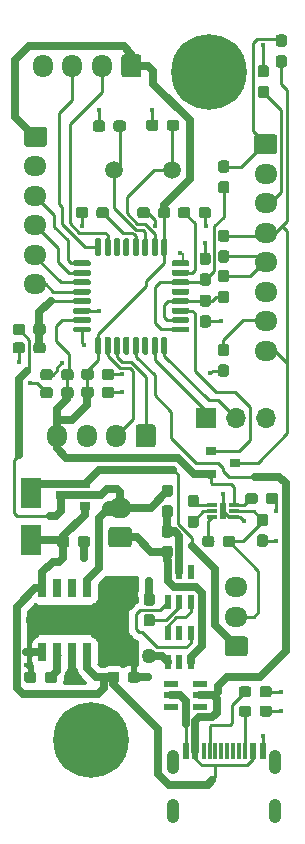
<source format=gbr>
G04 #@! TF.GenerationSoftware,KiCad,Pcbnew,(5.1.6)-1*
G04 #@! TF.CreationDate,2023-02-24T22:08:04-06:00*
G04 #@! TF.ProjectId,EncoderBoard3(1.2),456e636f-6465-4724-926f-617264332831,v1.0*
G04 #@! TF.SameCoordinates,Original*
G04 #@! TF.FileFunction,Copper,L1,Top*
G04 #@! TF.FilePolarity,Positive*
%FSLAX46Y46*%
G04 Gerber Fmt 4.6, Leading zero omitted, Abs format (unit mm)*
G04 Created by KiCad (PCBNEW (5.1.6)-1) date 2023-02-24 22:08:04*
%MOMM*%
%LPD*%
G01*
G04 APERTURE LIST*
G04 #@! TA.AperFunction,ComponentPad*
%ADD10O,1.700000X1.950000*%
G04 #@! TD*
G04 #@! TA.AperFunction,ComponentPad*
%ADD11C,1.500000*%
G04 #@! TD*
G04 #@! TA.AperFunction,ComponentPad*
%ADD12O,1.050000X2.100000*%
G04 #@! TD*
G04 #@! TA.AperFunction,SMDPad,CuDef*
%ADD13R,0.600000X1.450000*%
G04 #@! TD*
G04 #@! TA.AperFunction,SMDPad,CuDef*
%ADD14R,0.300000X1.450000*%
G04 #@! TD*
G04 #@! TA.AperFunction,ComponentPad*
%ADD15O,1.950000X1.700000*%
G04 #@! TD*
G04 #@! TA.AperFunction,ComponentPad*
%ADD16O,2.000000X1.700000*%
G04 #@! TD*
G04 #@! TA.AperFunction,SMDPad,CuDef*
%ADD17R,0.900000X0.800000*%
G04 #@! TD*
G04 #@! TA.AperFunction,SMDPad,CuDef*
%ADD18R,0.600000X1.200000*%
G04 #@! TD*
G04 #@! TA.AperFunction,SMDPad,CuDef*
%ADD19R,1.200000X0.600000*%
G04 #@! TD*
G04 #@! TA.AperFunction,SMDPad,CuDef*
%ADD20R,0.700000X1.525000*%
G04 #@! TD*
G04 #@! TA.AperFunction,SMDPad,CuDef*
%ADD21R,3.402000X2.513000*%
G04 #@! TD*
G04 #@! TA.AperFunction,SMDPad,CuDef*
%ADD22R,0.610000X1.420000*%
G04 #@! TD*
G04 #@! TA.AperFunction,SMDPad,CuDef*
%ADD23R,0.804800X0.300000*%
G04 #@! TD*
G04 #@! TA.AperFunction,ComponentPad*
%ADD24O,1.700000X1.700000*%
G04 #@! TD*
G04 #@! TA.AperFunction,ComponentPad*
%ADD25R,1.700000X1.700000*%
G04 #@! TD*
G04 #@! TA.AperFunction,ComponentPad*
%ADD26C,6.400000*%
G04 #@! TD*
G04 #@! TA.AperFunction,SMDPad,CuDef*
%ADD27R,1.800000X2.500000*%
G04 #@! TD*
G04 #@! TA.AperFunction,ViaPad*
%ADD28C,0.450000*%
G04 #@! TD*
G04 #@! TA.AperFunction,ViaPad*
%ADD29C,1.270000*%
G04 #@! TD*
G04 #@! TA.AperFunction,Conductor*
%ADD30C,0.635000*%
G04 #@! TD*
G04 #@! TA.AperFunction,Conductor*
%ADD31C,0.254000*%
G04 #@! TD*
G04 #@! TA.AperFunction,Conductor*
%ADD32C,2.540000*%
G04 #@! TD*
G04 #@! TA.AperFunction,Conductor*
%ADD33C,0.127000*%
G04 #@! TD*
G04 #@! TA.AperFunction,Conductor*
%ADD34C,1.270000*%
G04 #@! TD*
G04 APERTURE END LIST*
G04 #@! TA.AperFunction,ComponentPad*
G36*
G01*
X130453500Y-115975300D02*
X130453500Y-117425300D01*
G75*
G02*
X130203500Y-117675300I-250000J0D01*
G01*
X129003500Y-117675300D01*
G75*
G02*
X128753500Y-117425300I0J250000D01*
G01*
X128753500Y-115975300D01*
G75*
G02*
X129003500Y-115725300I250000J0D01*
G01*
X130203500Y-115725300D01*
G75*
G02*
X130453500Y-115975300I0J-250000D01*
G01*
G37*
G04 #@! TD.AperFunction*
D10*
X127103500Y-116700300D03*
X124603500Y-116700300D03*
X122103500Y-116700300D03*
G04 #@! TA.AperFunction,SMDPad,CuDef*
G36*
G01*
X139810500Y-88095280D02*
X139335500Y-88095280D01*
G75*
G02*
X139098000Y-87857780I0J237500D01*
G01*
X139098000Y-87282780D01*
G75*
G02*
X139335500Y-87045280I237500J0D01*
G01*
X139810500Y-87045280D01*
G75*
G02*
X140048000Y-87282780I0J-237500D01*
G01*
X140048000Y-87857780D01*
G75*
G02*
X139810500Y-88095280I-237500J0D01*
G01*
G37*
G04 #@! TD.AperFunction*
G04 #@! TA.AperFunction,SMDPad,CuDef*
G36*
G01*
X139810500Y-86345280D02*
X139335500Y-86345280D01*
G75*
G02*
X139098000Y-86107780I0J237500D01*
G01*
X139098000Y-85532780D01*
G75*
G02*
X139335500Y-85295280I237500J0D01*
G01*
X139810500Y-85295280D01*
G75*
G02*
X140048000Y-85532780I0J-237500D01*
G01*
X140048000Y-86107780D01*
G75*
G02*
X139810500Y-86345280I-237500J0D01*
G01*
G37*
G04 #@! TD.AperFunction*
G04 #@! TA.AperFunction,SMDPad,CuDef*
G36*
G01*
X135957300Y-110646960D02*
X136432300Y-110646960D01*
G75*
G02*
X136669800Y-110884460I0J-237500D01*
G01*
X136669800Y-111459460D01*
G75*
G02*
X136432300Y-111696960I-237500J0D01*
G01*
X135957300Y-111696960D01*
G75*
G02*
X135719800Y-111459460I0J237500D01*
G01*
X135719800Y-110884460D01*
G75*
G02*
X135957300Y-110646960I237500J0D01*
G01*
G37*
G04 #@! TD.AperFunction*
G04 #@! TA.AperFunction,SMDPad,CuDef*
G36*
G01*
X135957300Y-108896960D02*
X136432300Y-108896960D01*
G75*
G02*
X136669800Y-109134460I0J-237500D01*
G01*
X136669800Y-109709460D01*
G75*
G02*
X136432300Y-109946960I-237500J0D01*
G01*
X135957300Y-109946960D01*
G75*
G02*
X135719800Y-109709460I0J237500D01*
G01*
X135719800Y-109134460D01*
G75*
G02*
X135957300Y-108896960I237500J0D01*
G01*
G37*
G04 #@! TD.AperFunction*
D11*
X126959360Y-94152720D03*
X131839360Y-94152720D03*
G04 #@! TA.AperFunction,SMDPad,CuDef*
G36*
G01*
X136442460Y-103698560D02*
X135967460Y-103698560D01*
G75*
G02*
X135729960Y-103461060I0J237500D01*
G01*
X135729960Y-102886060D01*
G75*
G02*
X135967460Y-102648560I237500J0D01*
G01*
X136442460Y-102648560D01*
G75*
G02*
X136679960Y-102886060I0J-237500D01*
G01*
X136679960Y-103461060D01*
G75*
G02*
X136442460Y-103698560I-237500J0D01*
G01*
G37*
G04 #@! TD.AperFunction*
G04 #@! TA.AperFunction,SMDPad,CuDef*
G36*
G01*
X136442460Y-105448560D02*
X135967460Y-105448560D01*
G75*
G02*
X135729960Y-105211060I0J237500D01*
G01*
X135729960Y-104636060D01*
G75*
G02*
X135967460Y-104398560I237500J0D01*
G01*
X136442460Y-104398560D01*
G75*
G02*
X136679960Y-104636060I0J-237500D01*
G01*
X136679960Y-105211060D01*
G75*
G02*
X136442460Y-105448560I-237500J0D01*
G01*
G37*
G04 #@! TD.AperFunction*
G04 #@! TA.AperFunction,SMDPad,CuDef*
G36*
G01*
X134903220Y-105776280D02*
X134428220Y-105776280D01*
G75*
G02*
X134190720Y-105538780I0J237500D01*
G01*
X134190720Y-104963780D01*
G75*
G02*
X134428220Y-104726280I237500J0D01*
G01*
X134903220Y-104726280D01*
G75*
G02*
X135140720Y-104963780I0J-237500D01*
G01*
X135140720Y-105538780D01*
G75*
G02*
X134903220Y-105776280I-237500J0D01*
G01*
G37*
G04 #@! TD.AperFunction*
G04 #@! TA.AperFunction,SMDPad,CuDef*
G36*
G01*
X134903220Y-107526280D02*
X134428220Y-107526280D01*
G75*
G02*
X134190720Y-107288780I0J237500D01*
G01*
X134190720Y-106713780D01*
G75*
G02*
X134428220Y-106476280I237500J0D01*
G01*
X134903220Y-106476280D01*
G75*
G02*
X135140720Y-106713780I0J-237500D01*
G01*
X135140720Y-107288780D01*
G75*
G02*
X134903220Y-107526280I-237500J0D01*
G01*
G37*
G04 #@! TD.AperFunction*
G04 #@! TA.AperFunction,SMDPad,CuDef*
G36*
G01*
X134893060Y-103985520D02*
X134418060Y-103985520D01*
G75*
G02*
X134180560Y-103748020I0J237500D01*
G01*
X134180560Y-103173020D01*
G75*
G02*
X134418060Y-102935520I237500J0D01*
G01*
X134893060Y-102935520D01*
G75*
G02*
X135130560Y-103173020I0J-237500D01*
G01*
X135130560Y-103748020D01*
G75*
G02*
X134893060Y-103985520I-237500J0D01*
G01*
G37*
G04 #@! TD.AperFunction*
G04 #@! TA.AperFunction,SMDPad,CuDef*
G36*
G01*
X134893060Y-102235520D02*
X134418060Y-102235520D01*
G75*
G02*
X134180560Y-101998020I0J237500D01*
G01*
X134180560Y-101423020D01*
G75*
G02*
X134418060Y-101185520I237500J0D01*
G01*
X134893060Y-101185520D01*
G75*
G02*
X135130560Y-101423020I0J-237500D01*
G01*
X135130560Y-101998020D01*
G75*
G02*
X134893060Y-102235520I-237500J0D01*
G01*
G37*
G04 #@! TD.AperFunction*
D12*
X140591000Y-148497800D03*
X131951000Y-148497800D03*
X140591000Y-144317800D03*
X131951000Y-144317800D03*
D13*
X139521000Y-143402800D03*
X138721000Y-143402800D03*
D14*
X138021000Y-143402800D03*
X137521000Y-143402800D03*
X137021000Y-143402800D03*
X136521000Y-143402800D03*
X134521000Y-143402800D03*
X135021000Y-143402800D03*
X135521000Y-143402800D03*
X136021000Y-143402800D03*
D13*
X133821000Y-143402800D03*
X133021000Y-143402800D03*
G04 #@! TA.AperFunction,ComponentPad*
G36*
G01*
X129252080Y-84644400D02*
X129252080Y-86094400D01*
G75*
G02*
X129002080Y-86344400I-250000J0D01*
G01*
X127802080Y-86344400D01*
G75*
G02*
X127552080Y-86094400I0J250000D01*
G01*
X127552080Y-84644400D01*
G75*
G02*
X127802080Y-84394400I250000J0D01*
G01*
X129002080Y-84394400D01*
G75*
G02*
X129252080Y-84644400I0J-250000D01*
G01*
G37*
G04 #@! TD.AperFunction*
D10*
X125902080Y-85369400D03*
X123402080Y-85369400D03*
X120902080Y-85369400D03*
G04 #@! TA.AperFunction,ComponentPad*
G36*
G01*
X119556700Y-90513800D02*
X121006700Y-90513800D01*
G75*
G02*
X121256700Y-90763800I0J-250000D01*
G01*
X121256700Y-91963800D01*
G75*
G02*
X121006700Y-92213800I-250000J0D01*
G01*
X119556700Y-92213800D01*
G75*
G02*
X119306700Y-91963800I0J250000D01*
G01*
X119306700Y-90763800D01*
G75*
G02*
X119556700Y-90513800I250000J0D01*
G01*
G37*
G04 #@! TD.AperFunction*
D15*
X120281700Y-93863800D03*
X120281700Y-96363800D03*
X120281700Y-98863800D03*
X120281700Y-101363800D03*
X120281700Y-103863800D03*
D16*
X127444500Y-122772800D03*
G04 #@! TA.AperFunction,ComponentPad*
G36*
G01*
X128194500Y-126122800D02*
X126694500Y-126122800D01*
G75*
G02*
X126444500Y-125872800I0J250000D01*
G01*
X126444500Y-124672800D01*
G75*
G02*
X126694500Y-124422800I250000J0D01*
G01*
X128194500Y-124422800D01*
G75*
G02*
X128444500Y-124672800I0J-250000D01*
G01*
X128444500Y-125872800D01*
G75*
G02*
X128194500Y-126122800I-250000J0D01*
G01*
G37*
G04 #@! TD.AperFunction*
G04 #@! TA.AperFunction,SMDPad,CuDef*
G36*
G01*
X139250000Y-138591300D02*
X139250000Y-138116300D01*
G75*
G02*
X139487500Y-137878800I237500J0D01*
G01*
X140062500Y-137878800D01*
G75*
G02*
X140300000Y-138116300I0J-237500D01*
G01*
X140300000Y-138591300D01*
G75*
G02*
X140062500Y-138828800I-237500J0D01*
G01*
X139487500Y-138828800D01*
G75*
G02*
X139250000Y-138591300I0J237500D01*
G01*
G37*
G04 #@! TD.AperFunction*
G04 #@! TA.AperFunction,SMDPad,CuDef*
G36*
G01*
X137500000Y-138591300D02*
X137500000Y-138116300D01*
G75*
G02*
X137737500Y-137878800I237500J0D01*
G01*
X138312500Y-137878800D01*
G75*
G02*
X138550000Y-138116300I0J-237500D01*
G01*
X138550000Y-138591300D01*
G75*
G02*
X138312500Y-138828800I-237500J0D01*
G01*
X137737500Y-138828800D01*
G75*
G02*
X137500000Y-138591300I0J237500D01*
G01*
G37*
G04 #@! TD.AperFunction*
G04 #@! TA.AperFunction,SMDPad,CuDef*
G36*
G01*
X139250000Y-140242300D02*
X139250000Y-139767300D01*
G75*
G02*
X139487500Y-139529800I237500J0D01*
G01*
X140062500Y-139529800D01*
G75*
G02*
X140300000Y-139767300I0J-237500D01*
G01*
X140300000Y-140242300D01*
G75*
G02*
X140062500Y-140479800I-237500J0D01*
G01*
X139487500Y-140479800D01*
G75*
G02*
X139250000Y-140242300I0J237500D01*
G01*
G37*
G04 #@! TD.AperFunction*
G04 #@! TA.AperFunction,SMDPad,CuDef*
G36*
G01*
X137500000Y-140242300D02*
X137500000Y-139767300D01*
G75*
G02*
X137737500Y-139529800I237500J0D01*
G01*
X138312500Y-139529800D01*
G75*
G02*
X138550000Y-139767300I0J-237500D01*
G01*
X138550000Y-140242300D01*
G75*
G02*
X138312500Y-140479800I-237500J0D01*
G01*
X137737500Y-140479800D01*
G75*
G02*
X137500000Y-140242300I0J237500D01*
G01*
G37*
G04 #@! TD.AperFunction*
D17*
X137144000Y-118960900D03*
X135144000Y-119910900D03*
X135144000Y-118010900D03*
G04 #@! TA.AperFunction,SMDPad,CuDef*
G36*
G01*
X121755420Y-111281200D02*
X121755420Y-111756200D01*
G75*
G02*
X121517920Y-111993700I-237500J0D01*
G01*
X120942920Y-111993700D01*
G75*
G02*
X120705420Y-111756200I0J237500D01*
G01*
X120705420Y-111281200D01*
G75*
G02*
X120942920Y-111043700I237500J0D01*
G01*
X121517920Y-111043700D01*
G75*
G02*
X121755420Y-111281200I0J-237500D01*
G01*
G37*
G04 #@! TD.AperFunction*
G04 #@! TA.AperFunction,SMDPad,CuDef*
G36*
G01*
X123505420Y-111281200D02*
X123505420Y-111756200D01*
G75*
G02*
X123267920Y-111993700I-237500J0D01*
G01*
X122692920Y-111993700D01*
G75*
G02*
X122455420Y-111756200I0J237500D01*
G01*
X122455420Y-111281200D01*
G75*
G02*
X122692920Y-111043700I237500J0D01*
G01*
X123267920Y-111043700D01*
G75*
G02*
X123505420Y-111281200I0J-237500D01*
G01*
G37*
G04 #@! TD.AperFunction*
G04 #@! TA.AperFunction,SMDPad,CuDef*
G36*
G01*
X121145760Y-109007900D02*
X121145760Y-109482900D01*
G75*
G02*
X120908260Y-109720400I-237500J0D01*
G01*
X120333260Y-109720400D01*
G75*
G02*
X120095760Y-109482900I0J237500D01*
G01*
X120095760Y-109007900D01*
G75*
G02*
X120333260Y-108770400I237500J0D01*
G01*
X120908260Y-108770400D01*
G75*
G02*
X121145760Y-109007900I0J-237500D01*
G01*
G37*
G04 #@! TD.AperFunction*
G04 #@! TA.AperFunction,SMDPad,CuDef*
G36*
G01*
X119395760Y-109007900D02*
X119395760Y-109482900D01*
G75*
G02*
X119158260Y-109720400I-237500J0D01*
G01*
X118583260Y-109720400D01*
G75*
G02*
X118345760Y-109482900I0J237500D01*
G01*
X118345760Y-109007900D01*
G75*
G02*
X118583260Y-108770400I237500J0D01*
G01*
X119158260Y-108770400D01*
G75*
G02*
X119395760Y-109007900I0J-237500D01*
G01*
G37*
G04 #@! TD.AperFunction*
G04 #@! TA.AperFunction,SMDPad,CuDef*
G36*
G01*
X120093220Y-107918260D02*
X120093220Y-107443260D01*
G75*
G02*
X120330720Y-107205760I237500J0D01*
G01*
X120905720Y-107205760D01*
G75*
G02*
X121143220Y-107443260I0J-237500D01*
G01*
X121143220Y-107918260D01*
G75*
G02*
X120905720Y-108155760I-237500J0D01*
G01*
X120330720Y-108155760D01*
G75*
G02*
X120093220Y-107918260I0J237500D01*
G01*
G37*
G04 #@! TD.AperFunction*
G04 #@! TA.AperFunction,SMDPad,CuDef*
G36*
G01*
X118343220Y-107918260D02*
X118343220Y-107443260D01*
G75*
G02*
X118580720Y-107205760I237500J0D01*
G01*
X119155720Y-107205760D01*
G75*
G02*
X119393220Y-107443260I0J-237500D01*
G01*
X119393220Y-107918260D01*
G75*
G02*
X119155720Y-108155760I-237500J0D01*
G01*
X118580720Y-108155760D01*
G75*
G02*
X118343220Y-107918260I0J237500D01*
G01*
G37*
G04 #@! TD.AperFunction*
D18*
X131511000Y-133357300D03*
X132461000Y-133357300D03*
X133411000Y-133357300D03*
X133411000Y-135857300D03*
X132461000Y-135857300D03*
X131511000Y-135857300D03*
D19*
X134239000Y-137723800D03*
X134239000Y-138673800D03*
X134239000Y-139623800D03*
X131739000Y-139623800D03*
X131739000Y-138673800D03*
X131739000Y-137723800D03*
G04 #@! TA.AperFunction,SMDPad,CuDef*
G36*
G01*
X123857500Y-125891300D02*
X123857500Y-125416300D01*
G75*
G02*
X124095000Y-125178800I237500J0D01*
G01*
X124670000Y-125178800D01*
G75*
G02*
X124907500Y-125416300I0J-237500D01*
G01*
X124907500Y-125891300D01*
G75*
G02*
X124670000Y-126128800I-237500J0D01*
G01*
X124095000Y-126128800D01*
G75*
G02*
X123857500Y-125891300I0J237500D01*
G01*
G37*
G04 #@! TD.AperFunction*
G04 #@! TA.AperFunction,SMDPad,CuDef*
G36*
G01*
X122107500Y-125891300D02*
X122107500Y-125416300D01*
G75*
G02*
X122345000Y-125178800I237500J0D01*
G01*
X122920000Y-125178800D01*
G75*
G02*
X123157500Y-125416300I0J-237500D01*
G01*
X123157500Y-125891300D01*
G75*
G02*
X122920000Y-126128800I-237500J0D01*
G01*
X122345000Y-126128800D01*
G75*
G02*
X122107500Y-125891300I0J237500D01*
G01*
G37*
G04 #@! TD.AperFunction*
G04 #@! TA.AperFunction,SMDPad,CuDef*
G36*
G01*
X131207500Y-122574800D02*
X131682500Y-122574800D01*
G75*
G02*
X131920000Y-122812300I0J-237500D01*
G01*
X131920000Y-123387300D01*
G75*
G02*
X131682500Y-123624800I-237500J0D01*
G01*
X131207500Y-123624800D01*
G75*
G02*
X130970000Y-123387300I0J237500D01*
G01*
X130970000Y-122812300D01*
G75*
G02*
X131207500Y-122574800I237500J0D01*
G01*
G37*
G04 #@! TD.AperFunction*
G04 #@! TA.AperFunction,SMDPad,CuDef*
G36*
G01*
X131207500Y-120824800D02*
X131682500Y-120824800D01*
G75*
G02*
X131920000Y-121062300I0J-237500D01*
G01*
X131920000Y-121637300D01*
G75*
G02*
X131682500Y-121874800I-237500J0D01*
G01*
X131207500Y-121874800D01*
G75*
G02*
X130970000Y-121637300I0J237500D01*
G01*
X130970000Y-121062300D01*
G75*
G02*
X131207500Y-120824800I237500J0D01*
G01*
G37*
G04 #@! TD.AperFunction*
G04 #@! TA.AperFunction,SMDPad,CuDef*
G36*
G01*
X130158500Y-131082300D02*
X129683500Y-131082300D01*
G75*
G02*
X129446000Y-130844800I0J237500D01*
G01*
X129446000Y-130269800D01*
G75*
G02*
X129683500Y-130032300I237500J0D01*
G01*
X130158500Y-130032300D01*
G75*
G02*
X130396000Y-130269800I0J-237500D01*
G01*
X130396000Y-130844800D01*
G75*
G02*
X130158500Y-131082300I-237500J0D01*
G01*
G37*
G04 #@! TD.AperFunction*
G04 #@! TA.AperFunction,SMDPad,CuDef*
G36*
G01*
X130158500Y-132832300D02*
X129683500Y-132832300D01*
G75*
G02*
X129446000Y-132594800I0J237500D01*
G01*
X129446000Y-132019800D01*
G75*
G02*
X129683500Y-131782300I237500J0D01*
G01*
X130158500Y-131782300D01*
G75*
G02*
X130396000Y-132019800I0J-237500D01*
G01*
X130396000Y-132594800D01*
G75*
G02*
X130158500Y-132832300I-237500J0D01*
G01*
G37*
G04 #@! TD.AperFunction*
G04 #@! TA.AperFunction,SMDPad,CuDef*
G36*
G01*
X122113500Y-136909800D02*
X122113500Y-137384800D01*
G75*
G02*
X121876000Y-137622300I-237500J0D01*
G01*
X121301000Y-137622300D01*
G75*
G02*
X121063500Y-137384800I0J237500D01*
G01*
X121063500Y-136909800D01*
G75*
G02*
X121301000Y-136672300I237500J0D01*
G01*
X121876000Y-136672300D01*
G75*
G02*
X122113500Y-136909800I0J-237500D01*
G01*
G37*
G04 #@! TD.AperFunction*
G04 #@! TA.AperFunction,SMDPad,CuDef*
G36*
G01*
X120363500Y-136909800D02*
X120363500Y-137384800D01*
G75*
G02*
X120126000Y-137622300I-237500J0D01*
G01*
X119551000Y-137622300D01*
G75*
G02*
X119313500Y-137384800I0J237500D01*
G01*
X119313500Y-136909800D01*
G75*
G02*
X119551000Y-136672300I237500J0D01*
G01*
X120126000Y-136672300D01*
G75*
G02*
X120363500Y-136909800I0J-237500D01*
G01*
G37*
G04 #@! TD.AperFunction*
D17*
X122444000Y-121716800D03*
X124444000Y-120766800D03*
X124444000Y-122666800D03*
D18*
X131511000Y-128257300D03*
X132461000Y-128257300D03*
X133411000Y-128257300D03*
X133411000Y-130757300D03*
X132461000Y-130757300D03*
X131511000Y-130757300D03*
D20*
X120840500Y-135033300D03*
X122110500Y-135033300D03*
X123380500Y-135033300D03*
X124650500Y-135033300D03*
X124650500Y-129609300D03*
X123380500Y-129609300D03*
X122110500Y-129609300D03*
X120840500Y-129609300D03*
D21*
X122745500Y-132321300D03*
G04 #@! TA.AperFunction,SMDPad,CuDef*
G36*
G01*
X131207500Y-126003800D02*
X131682500Y-126003800D01*
G75*
G02*
X131920000Y-126241300I0J-237500D01*
G01*
X131920000Y-126816300D01*
G75*
G02*
X131682500Y-127053800I-237500J0D01*
G01*
X131207500Y-127053800D01*
G75*
G02*
X130970000Y-126816300I0J237500D01*
G01*
X130970000Y-126241300D01*
G75*
G02*
X131207500Y-126003800I237500J0D01*
G01*
G37*
G04 #@! TD.AperFunction*
G04 #@! TA.AperFunction,SMDPad,CuDef*
G36*
G01*
X131207500Y-124253800D02*
X131682500Y-124253800D01*
G75*
G02*
X131920000Y-124491300I0J-237500D01*
G01*
X131920000Y-125066300D01*
G75*
G02*
X131682500Y-125303800I-237500J0D01*
G01*
X131207500Y-125303800D01*
G75*
G02*
X130970000Y-125066300I0J237500D01*
G01*
X130970000Y-124491300D01*
G75*
G02*
X131207500Y-124253800I237500J0D01*
G01*
G37*
G04 #@! TD.AperFunction*
D22*
X136169400Y-123088400D03*
D23*
X135217000Y-123588400D03*
X135217000Y-123088400D03*
X135217000Y-122588400D03*
X137121800Y-122588400D03*
X137121800Y-123088400D03*
X137121800Y-123588400D03*
G04 #@! TA.AperFunction,SMDPad,CuDef*
G36*
G01*
X135438400Y-125390900D02*
X135438400Y-125865900D01*
G75*
G02*
X135200900Y-126103400I-237500J0D01*
G01*
X134625900Y-126103400D01*
G75*
G02*
X134388400Y-125865900I0J237500D01*
G01*
X134388400Y-125390900D01*
G75*
G02*
X134625900Y-125153400I237500J0D01*
G01*
X135200900Y-125153400D01*
G75*
G02*
X135438400Y-125390900I0J-237500D01*
G01*
G37*
G04 #@! TD.AperFunction*
G04 #@! TA.AperFunction,SMDPad,CuDef*
G36*
G01*
X137188400Y-125390900D02*
X137188400Y-125865900D01*
G75*
G02*
X136950900Y-126103400I-237500J0D01*
G01*
X136375900Y-126103400D01*
G75*
G02*
X136138400Y-125865900I0J237500D01*
G01*
X136138400Y-125390900D01*
G75*
G02*
X136375900Y-125153400I237500J0D01*
G01*
X136950900Y-125153400D01*
G75*
G02*
X137188400Y-125390900I0J-237500D01*
G01*
G37*
G04 #@! TD.AperFunction*
G04 #@! TA.AperFunction,SMDPad,CuDef*
G36*
G01*
X139734300Y-124338600D02*
X139259300Y-124338600D01*
G75*
G02*
X139021800Y-124101100I0J237500D01*
G01*
X139021800Y-123526100D01*
G75*
G02*
X139259300Y-123288600I237500J0D01*
G01*
X139734300Y-123288600D01*
G75*
G02*
X139971800Y-123526100I0J-237500D01*
G01*
X139971800Y-124101100D01*
G75*
G02*
X139734300Y-124338600I-237500J0D01*
G01*
G37*
G04 #@! TD.AperFunction*
G04 #@! TA.AperFunction,SMDPad,CuDef*
G36*
G01*
X139734300Y-126088600D02*
X139259300Y-126088600D01*
G75*
G02*
X139021800Y-125851100I0J237500D01*
G01*
X139021800Y-125276100D01*
G75*
G02*
X139259300Y-125038600I237500J0D01*
G01*
X139734300Y-125038600D01*
G75*
G02*
X139971800Y-125276100I0J-237500D01*
G01*
X139971800Y-125851100D01*
G75*
G02*
X139734300Y-126088600I-237500J0D01*
G01*
G37*
G04 #@! TD.AperFunction*
G04 #@! TA.AperFunction,SMDPad,CuDef*
G36*
G01*
X133866900Y-122738400D02*
X133391900Y-122738400D01*
G75*
G02*
X133154400Y-122500900I0J237500D01*
G01*
X133154400Y-121925900D01*
G75*
G02*
X133391900Y-121688400I237500J0D01*
G01*
X133866900Y-121688400D01*
G75*
G02*
X134104400Y-121925900I0J-237500D01*
G01*
X134104400Y-122500900D01*
G75*
G02*
X133866900Y-122738400I-237500J0D01*
G01*
G37*
G04 #@! TD.AperFunction*
G04 #@! TA.AperFunction,SMDPad,CuDef*
G36*
G01*
X133866900Y-124488400D02*
X133391900Y-124488400D01*
G75*
G02*
X133154400Y-124250900I0J237500D01*
G01*
X133154400Y-123675900D01*
G75*
G02*
X133391900Y-123438400I237500J0D01*
G01*
X133866900Y-123438400D01*
G75*
G02*
X134104400Y-123675900I0J-237500D01*
G01*
X134104400Y-124250900D01*
G75*
G02*
X133866900Y-124488400I-237500J0D01*
G01*
G37*
G04 #@! TD.AperFunction*
G04 #@! TA.AperFunction,SMDPad,CuDef*
G36*
G01*
X139796000Y-122233700D02*
X139796000Y-121758700D01*
G75*
G02*
X140033500Y-121521200I237500J0D01*
G01*
X140608500Y-121521200D01*
G75*
G02*
X140846000Y-121758700I0J-237500D01*
G01*
X140846000Y-122233700D01*
G75*
G02*
X140608500Y-122471200I-237500J0D01*
G01*
X140033500Y-122471200D01*
G75*
G02*
X139796000Y-122233700I0J237500D01*
G01*
G37*
G04 #@! TD.AperFunction*
G04 #@! TA.AperFunction,SMDPad,CuDef*
G36*
G01*
X138046000Y-122233700D02*
X138046000Y-121758700D01*
G75*
G02*
X138283500Y-121521200I237500J0D01*
G01*
X138858500Y-121521200D01*
G75*
G02*
X139096000Y-121758700I0J-237500D01*
G01*
X139096000Y-122233700D01*
G75*
G02*
X138858500Y-122471200I-237500J0D01*
G01*
X138283500Y-122471200D01*
G75*
G02*
X138046000Y-122233700I0J237500D01*
G01*
G37*
G04 #@! TD.AperFunction*
G04 #@! TA.AperFunction,SMDPad,CuDef*
G36*
G01*
X125909820Y-113254800D02*
X125909820Y-112779800D01*
G75*
G02*
X126147320Y-112542300I237500J0D01*
G01*
X126722320Y-112542300D01*
G75*
G02*
X126959820Y-112779800I0J-237500D01*
G01*
X126959820Y-113254800D01*
G75*
G02*
X126722320Y-113492300I-237500J0D01*
G01*
X126147320Y-113492300D01*
G75*
G02*
X125909820Y-113254800I0J237500D01*
G01*
G37*
G04 #@! TD.AperFunction*
G04 #@! TA.AperFunction,SMDPad,CuDef*
G36*
G01*
X124159820Y-113254800D02*
X124159820Y-112779800D01*
G75*
G02*
X124397320Y-112542300I237500J0D01*
G01*
X124972320Y-112542300D01*
G75*
G02*
X125209820Y-112779800I0J-237500D01*
G01*
X125209820Y-113254800D01*
G75*
G02*
X124972320Y-113492300I-237500J0D01*
G01*
X124397320Y-113492300D01*
G75*
G02*
X124159820Y-113254800I0J237500D01*
G01*
G37*
G04 #@! TD.AperFunction*
G04 #@! TA.AperFunction,SMDPad,CuDef*
G36*
G01*
X131393680Y-90638640D02*
X131393680Y-90163640D01*
G75*
G02*
X131631180Y-89926140I237500J0D01*
G01*
X132206180Y-89926140D01*
G75*
G02*
X132443680Y-90163640I0J-237500D01*
G01*
X132443680Y-90638640D01*
G75*
G02*
X132206180Y-90876140I-237500J0D01*
G01*
X131631180Y-90876140D01*
G75*
G02*
X131393680Y-90638640I0J237500D01*
G01*
G37*
G04 #@! TD.AperFunction*
G04 #@! TA.AperFunction,SMDPad,CuDef*
G36*
G01*
X129643680Y-90638640D02*
X129643680Y-90163640D01*
G75*
G02*
X129881180Y-89926140I237500J0D01*
G01*
X130456180Y-89926140D01*
G75*
G02*
X130693680Y-90163640I0J-237500D01*
G01*
X130693680Y-90638640D01*
G75*
G02*
X130456180Y-90876140I-237500J0D01*
G01*
X129881180Y-90876140D01*
G75*
G02*
X129643680Y-90638640I0J237500D01*
G01*
G37*
G04 #@! TD.AperFunction*
G04 #@! TA.AperFunction,SMDPad,CuDef*
G36*
G01*
X134091160Y-98032580D02*
X134091160Y-97557580D01*
G75*
G02*
X134328660Y-97320080I237500J0D01*
G01*
X134903660Y-97320080D01*
G75*
G02*
X135141160Y-97557580I0J-237500D01*
G01*
X135141160Y-98032580D01*
G75*
G02*
X134903660Y-98270080I-237500J0D01*
G01*
X134328660Y-98270080D01*
G75*
G02*
X134091160Y-98032580I0J237500D01*
G01*
G37*
G04 #@! TD.AperFunction*
G04 #@! TA.AperFunction,SMDPad,CuDef*
G36*
G01*
X132341160Y-98032580D02*
X132341160Y-97557580D01*
G75*
G02*
X132578660Y-97320080I237500J0D01*
G01*
X133153660Y-97320080D01*
G75*
G02*
X133391160Y-97557580I0J-237500D01*
G01*
X133391160Y-98032580D01*
G75*
G02*
X133153660Y-98270080I-237500J0D01*
G01*
X132578660Y-98270080D01*
G75*
G02*
X132341160Y-98032580I0J237500D01*
G01*
G37*
G04 #@! TD.AperFunction*
G04 #@! TA.AperFunction,SMDPad,CuDef*
G36*
G01*
X125909820Y-111730800D02*
X125909820Y-111255800D01*
G75*
G02*
X126147320Y-111018300I237500J0D01*
G01*
X126722320Y-111018300D01*
G75*
G02*
X126959820Y-111255800I0J-237500D01*
G01*
X126959820Y-111730800D01*
G75*
G02*
X126722320Y-111968300I-237500J0D01*
G01*
X126147320Y-111968300D01*
G75*
G02*
X125909820Y-111730800I0J237500D01*
G01*
G37*
G04 #@! TD.AperFunction*
G04 #@! TA.AperFunction,SMDPad,CuDef*
G36*
G01*
X124159820Y-111730800D02*
X124159820Y-111255800D01*
G75*
G02*
X124397320Y-111018300I237500J0D01*
G01*
X124972320Y-111018300D01*
G75*
G02*
X125209820Y-111255800I0J-237500D01*
G01*
X125209820Y-111730800D01*
G75*
G02*
X124972320Y-111968300I-237500J0D01*
G01*
X124397320Y-111968300D01*
G75*
G02*
X124159820Y-111730800I0J237500D01*
G01*
G37*
G04 #@! TD.AperFunction*
G04 #@! TA.AperFunction,SMDPad,CuDef*
G36*
G01*
X121755420Y-112805200D02*
X121755420Y-113280200D01*
G75*
G02*
X121517920Y-113517700I-237500J0D01*
G01*
X120942920Y-113517700D01*
G75*
G02*
X120705420Y-113280200I0J237500D01*
G01*
X120705420Y-112805200D01*
G75*
G02*
X120942920Y-112567700I237500J0D01*
G01*
X121517920Y-112567700D01*
G75*
G02*
X121755420Y-112805200I0J-237500D01*
G01*
G37*
G04 #@! TD.AperFunction*
G04 #@! TA.AperFunction,SMDPad,CuDef*
G36*
G01*
X123505420Y-112805200D02*
X123505420Y-113280200D01*
G75*
G02*
X123267920Y-113517700I-237500J0D01*
G01*
X122692920Y-113517700D01*
G75*
G02*
X122455420Y-113280200I0J237500D01*
G01*
X122455420Y-112805200D01*
G75*
G02*
X122692920Y-112567700I237500J0D01*
G01*
X123267920Y-112567700D01*
G75*
G02*
X123505420Y-112805200I0J-237500D01*
G01*
G37*
G04 #@! TD.AperFunction*
G04 #@! TA.AperFunction,SMDPad,CuDef*
G36*
G01*
X126885180Y-90702140D02*
X126885180Y-90227140D01*
G75*
G02*
X127122680Y-89989640I237500J0D01*
G01*
X127697680Y-89989640D01*
G75*
G02*
X127935180Y-90227140I0J-237500D01*
G01*
X127935180Y-90702140D01*
G75*
G02*
X127697680Y-90939640I-237500J0D01*
G01*
X127122680Y-90939640D01*
G75*
G02*
X126885180Y-90702140I0J237500D01*
G01*
G37*
G04 #@! TD.AperFunction*
G04 #@! TA.AperFunction,SMDPad,CuDef*
G36*
G01*
X125135180Y-90702140D02*
X125135180Y-90227140D01*
G75*
G02*
X125372680Y-89989640I237500J0D01*
G01*
X125947680Y-89989640D01*
G75*
G02*
X126185180Y-90227140I0J-237500D01*
G01*
X126185180Y-90702140D01*
G75*
G02*
X125947680Y-90939640I-237500J0D01*
G01*
X125372680Y-90939640D01*
G75*
G02*
X125135180Y-90702140I0J237500D01*
G01*
G37*
G04 #@! TD.AperFunction*
G04 #@! TA.AperFunction,SMDPad,CuDef*
G36*
G01*
X129952000Y-97557580D02*
X129952000Y-98032580D01*
G75*
G02*
X129714500Y-98270080I-237500J0D01*
G01*
X129139500Y-98270080D01*
G75*
G02*
X128902000Y-98032580I0J237500D01*
G01*
X128902000Y-97557580D01*
G75*
G02*
X129139500Y-97320080I237500J0D01*
G01*
X129714500Y-97320080D01*
G75*
G02*
X129952000Y-97557580I0J-237500D01*
G01*
G37*
G04 #@! TD.AperFunction*
G04 #@! TA.AperFunction,SMDPad,CuDef*
G36*
G01*
X131702000Y-97557580D02*
X131702000Y-98032580D01*
G75*
G02*
X131464500Y-98270080I-237500J0D01*
G01*
X130889500Y-98270080D01*
G75*
G02*
X130652000Y-98032580I0J237500D01*
G01*
X130652000Y-97557580D01*
G75*
G02*
X130889500Y-97320080I237500J0D01*
G01*
X131464500Y-97320080D01*
G75*
G02*
X131702000Y-97557580I0J-237500D01*
G01*
G37*
G04 #@! TD.AperFunction*
G04 #@! TA.AperFunction,SMDPad,CuDef*
G36*
G01*
X124745000Y-97557580D02*
X124745000Y-98032580D01*
G75*
G02*
X124507500Y-98270080I-237500J0D01*
G01*
X123932500Y-98270080D01*
G75*
G02*
X123695000Y-98032580I0J237500D01*
G01*
X123695000Y-97557580D01*
G75*
G02*
X123932500Y-97320080I237500J0D01*
G01*
X124507500Y-97320080D01*
G75*
G02*
X124745000Y-97557580I0J-237500D01*
G01*
G37*
G04 #@! TD.AperFunction*
G04 #@! TA.AperFunction,SMDPad,CuDef*
G36*
G01*
X126495000Y-97557580D02*
X126495000Y-98032580D01*
G75*
G02*
X126257500Y-98270080I-237500J0D01*
G01*
X125682500Y-98270080D01*
G75*
G02*
X125445000Y-98032580I0J237500D01*
G01*
X125445000Y-97557580D01*
G75*
G02*
X125682500Y-97320080I237500J0D01*
G01*
X126257500Y-97320080D01*
G75*
G02*
X126495000Y-97557580I0J-237500D01*
G01*
G37*
G04 #@! TD.AperFunction*
D24*
X139763500Y-115214400D03*
X137223500Y-115214400D03*
D25*
X134683500Y-115214400D03*
G04 #@! TA.AperFunction,SMDPad,CuDef*
G36*
G01*
X126344220Y-137369560D02*
X126344220Y-136894560D01*
G75*
G02*
X126581720Y-136657060I237500J0D01*
G01*
X127156720Y-136657060D01*
G75*
G02*
X127394220Y-136894560I0J-237500D01*
G01*
X127394220Y-137369560D01*
G75*
G02*
X127156720Y-137607060I-237500J0D01*
G01*
X126581720Y-137607060D01*
G75*
G02*
X126344220Y-137369560I0J237500D01*
G01*
G37*
G04 #@! TD.AperFunction*
G04 #@! TA.AperFunction,SMDPad,CuDef*
G36*
G01*
X128094220Y-137369560D02*
X128094220Y-136894560D01*
G75*
G02*
X128331720Y-136657060I237500J0D01*
G01*
X128906720Y-136657060D01*
G75*
G02*
X129144220Y-136894560I0J-237500D01*
G01*
X129144220Y-137369560D01*
G75*
G02*
X128906720Y-137607060I-237500J0D01*
G01*
X128331720Y-137607060D01*
G75*
G02*
X128094220Y-137369560I0J237500D01*
G01*
G37*
G04 #@! TD.AperFunction*
D26*
X125000000Y-142425800D03*
D15*
X137287000Y-129518400D03*
X137287000Y-132018400D03*
G04 #@! TA.AperFunction,ComponentPad*
G36*
G01*
X138012000Y-135368400D02*
X136562000Y-135368400D01*
G75*
G02*
X136312000Y-135118400I0J250000D01*
G01*
X136312000Y-133918400D01*
G75*
G02*
X136562000Y-133668400I250000J0D01*
G01*
X138012000Y-133668400D01*
G75*
G02*
X138262000Y-133918400I0J-250000D01*
G01*
X138262000Y-135118400D01*
G75*
G02*
X138012000Y-135368400I-250000J0D01*
G01*
G37*
G04 #@! TD.AperFunction*
D27*
X119888000Y-125494800D03*
X119888000Y-121494800D03*
G04 #@! TA.AperFunction,SMDPad,CuDef*
G36*
G01*
X131934300Y-101839300D02*
X133184300Y-101839300D01*
G75*
G02*
X133309300Y-101964300I0J-125000D01*
G01*
X133309300Y-102214300D01*
G75*
G02*
X133184300Y-102339300I-125000J0D01*
G01*
X131934300Y-102339300D01*
G75*
G02*
X131809300Y-102214300I0J125000D01*
G01*
X131809300Y-101964300D01*
G75*
G02*
X131934300Y-101839300I125000J0D01*
G01*
G37*
G04 #@! TD.AperFunction*
G04 #@! TA.AperFunction,SMDPad,CuDef*
G36*
G01*
X131934300Y-102639300D02*
X133184300Y-102639300D01*
G75*
G02*
X133309300Y-102764300I0J-125000D01*
G01*
X133309300Y-103014300D01*
G75*
G02*
X133184300Y-103139300I-125000J0D01*
G01*
X131934300Y-103139300D01*
G75*
G02*
X131809300Y-103014300I0J125000D01*
G01*
X131809300Y-102764300D01*
G75*
G02*
X131934300Y-102639300I125000J0D01*
G01*
G37*
G04 #@! TD.AperFunction*
G04 #@! TA.AperFunction,SMDPad,CuDef*
G36*
G01*
X131934300Y-103439300D02*
X133184300Y-103439300D01*
G75*
G02*
X133309300Y-103564300I0J-125000D01*
G01*
X133309300Y-103814300D01*
G75*
G02*
X133184300Y-103939300I-125000J0D01*
G01*
X131934300Y-103939300D01*
G75*
G02*
X131809300Y-103814300I0J125000D01*
G01*
X131809300Y-103564300D01*
G75*
G02*
X131934300Y-103439300I125000J0D01*
G01*
G37*
G04 #@! TD.AperFunction*
G04 #@! TA.AperFunction,SMDPad,CuDef*
G36*
G01*
X131934300Y-104239300D02*
X133184300Y-104239300D01*
G75*
G02*
X133309300Y-104364300I0J-125000D01*
G01*
X133309300Y-104614300D01*
G75*
G02*
X133184300Y-104739300I-125000J0D01*
G01*
X131934300Y-104739300D01*
G75*
G02*
X131809300Y-104614300I0J125000D01*
G01*
X131809300Y-104364300D01*
G75*
G02*
X131934300Y-104239300I125000J0D01*
G01*
G37*
G04 #@! TD.AperFunction*
G04 #@! TA.AperFunction,SMDPad,CuDef*
G36*
G01*
X131934300Y-105039300D02*
X133184300Y-105039300D01*
G75*
G02*
X133309300Y-105164300I0J-125000D01*
G01*
X133309300Y-105414300D01*
G75*
G02*
X133184300Y-105539300I-125000J0D01*
G01*
X131934300Y-105539300D01*
G75*
G02*
X131809300Y-105414300I0J125000D01*
G01*
X131809300Y-105164300D01*
G75*
G02*
X131934300Y-105039300I125000J0D01*
G01*
G37*
G04 #@! TD.AperFunction*
G04 #@! TA.AperFunction,SMDPad,CuDef*
G36*
G01*
X131934300Y-105839300D02*
X133184300Y-105839300D01*
G75*
G02*
X133309300Y-105964300I0J-125000D01*
G01*
X133309300Y-106214300D01*
G75*
G02*
X133184300Y-106339300I-125000J0D01*
G01*
X131934300Y-106339300D01*
G75*
G02*
X131809300Y-106214300I0J125000D01*
G01*
X131809300Y-105964300D01*
G75*
G02*
X131934300Y-105839300I125000J0D01*
G01*
G37*
G04 #@! TD.AperFunction*
G04 #@! TA.AperFunction,SMDPad,CuDef*
G36*
G01*
X131934300Y-106639300D02*
X133184300Y-106639300D01*
G75*
G02*
X133309300Y-106764300I0J-125000D01*
G01*
X133309300Y-107014300D01*
G75*
G02*
X133184300Y-107139300I-125000J0D01*
G01*
X131934300Y-107139300D01*
G75*
G02*
X131809300Y-107014300I0J125000D01*
G01*
X131809300Y-106764300D01*
G75*
G02*
X131934300Y-106639300I125000J0D01*
G01*
G37*
G04 #@! TD.AperFunction*
G04 #@! TA.AperFunction,SMDPad,CuDef*
G36*
G01*
X131934300Y-107439300D02*
X133184300Y-107439300D01*
G75*
G02*
X133309300Y-107564300I0J-125000D01*
G01*
X133309300Y-107814300D01*
G75*
G02*
X133184300Y-107939300I-125000J0D01*
G01*
X131934300Y-107939300D01*
G75*
G02*
X131809300Y-107814300I0J125000D01*
G01*
X131809300Y-107564300D01*
G75*
G02*
X131934300Y-107439300I125000J0D01*
G01*
G37*
G04 #@! TD.AperFunction*
G04 #@! TA.AperFunction,SMDPad,CuDef*
G36*
G01*
X131059300Y-108314300D02*
X131309300Y-108314300D01*
G75*
G02*
X131434300Y-108439300I0J-125000D01*
G01*
X131434300Y-109689300D01*
G75*
G02*
X131309300Y-109814300I-125000J0D01*
G01*
X131059300Y-109814300D01*
G75*
G02*
X130934300Y-109689300I0J125000D01*
G01*
X130934300Y-108439300D01*
G75*
G02*
X131059300Y-108314300I125000J0D01*
G01*
G37*
G04 #@! TD.AperFunction*
G04 #@! TA.AperFunction,SMDPad,CuDef*
G36*
G01*
X130259300Y-108314300D02*
X130509300Y-108314300D01*
G75*
G02*
X130634300Y-108439300I0J-125000D01*
G01*
X130634300Y-109689300D01*
G75*
G02*
X130509300Y-109814300I-125000J0D01*
G01*
X130259300Y-109814300D01*
G75*
G02*
X130134300Y-109689300I0J125000D01*
G01*
X130134300Y-108439300D01*
G75*
G02*
X130259300Y-108314300I125000J0D01*
G01*
G37*
G04 #@! TD.AperFunction*
G04 #@! TA.AperFunction,SMDPad,CuDef*
G36*
G01*
X129459300Y-108314300D02*
X129709300Y-108314300D01*
G75*
G02*
X129834300Y-108439300I0J-125000D01*
G01*
X129834300Y-109689300D01*
G75*
G02*
X129709300Y-109814300I-125000J0D01*
G01*
X129459300Y-109814300D01*
G75*
G02*
X129334300Y-109689300I0J125000D01*
G01*
X129334300Y-108439300D01*
G75*
G02*
X129459300Y-108314300I125000J0D01*
G01*
G37*
G04 #@! TD.AperFunction*
G04 #@! TA.AperFunction,SMDPad,CuDef*
G36*
G01*
X128659300Y-108314300D02*
X128909300Y-108314300D01*
G75*
G02*
X129034300Y-108439300I0J-125000D01*
G01*
X129034300Y-109689300D01*
G75*
G02*
X128909300Y-109814300I-125000J0D01*
G01*
X128659300Y-109814300D01*
G75*
G02*
X128534300Y-109689300I0J125000D01*
G01*
X128534300Y-108439300D01*
G75*
G02*
X128659300Y-108314300I125000J0D01*
G01*
G37*
G04 #@! TD.AperFunction*
G04 #@! TA.AperFunction,SMDPad,CuDef*
G36*
G01*
X127859300Y-108314300D02*
X128109300Y-108314300D01*
G75*
G02*
X128234300Y-108439300I0J-125000D01*
G01*
X128234300Y-109689300D01*
G75*
G02*
X128109300Y-109814300I-125000J0D01*
G01*
X127859300Y-109814300D01*
G75*
G02*
X127734300Y-109689300I0J125000D01*
G01*
X127734300Y-108439300D01*
G75*
G02*
X127859300Y-108314300I125000J0D01*
G01*
G37*
G04 #@! TD.AperFunction*
G04 #@! TA.AperFunction,SMDPad,CuDef*
G36*
G01*
X127059300Y-108314300D02*
X127309300Y-108314300D01*
G75*
G02*
X127434300Y-108439300I0J-125000D01*
G01*
X127434300Y-109689300D01*
G75*
G02*
X127309300Y-109814300I-125000J0D01*
G01*
X127059300Y-109814300D01*
G75*
G02*
X126934300Y-109689300I0J125000D01*
G01*
X126934300Y-108439300D01*
G75*
G02*
X127059300Y-108314300I125000J0D01*
G01*
G37*
G04 #@! TD.AperFunction*
G04 #@! TA.AperFunction,SMDPad,CuDef*
G36*
G01*
X126259300Y-108314300D02*
X126509300Y-108314300D01*
G75*
G02*
X126634300Y-108439300I0J-125000D01*
G01*
X126634300Y-109689300D01*
G75*
G02*
X126509300Y-109814300I-125000J0D01*
G01*
X126259300Y-109814300D01*
G75*
G02*
X126134300Y-109689300I0J125000D01*
G01*
X126134300Y-108439300D01*
G75*
G02*
X126259300Y-108314300I125000J0D01*
G01*
G37*
G04 #@! TD.AperFunction*
G04 #@! TA.AperFunction,SMDPad,CuDef*
G36*
G01*
X125459300Y-108314300D02*
X125709300Y-108314300D01*
G75*
G02*
X125834300Y-108439300I0J-125000D01*
G01*
X125834300Y-109689300D01*
G75*
G02*
X125709300Y-109814300I-125000J0D01*
G01*
X125459300Y-109814300D01*
G75*
G02*
X125334300Y-109689300I0J125000D01*
G01*
X125334300Y-108439300D01*
G75*
G02*
X125459300Y-108314300I125000J0D01*
G01*
G37*
G04 #@! TD.AperFunction*
G04 #@! TA.AperFunction,SMDPad,CuDef*
G36*
G01*
X123584300Y-107439300D02*
X124834300Y-107439300D01*
G75*
G02*
X124959300Y-107564300I0J-125000D01*
G01*
X124959300Y-107814300D01*
G75*
G02*
X124834300Y-107939300I-125000J0D01*
G01*
X123584300Y-107939300D01*
G75*
G02*
X123459300Y-107814300I0J125000D01*
G01*
X123459300Y-107564300D01*
G75*
G02*
X123584300Y-107439300I125000J0D01*
G01*
G37*
G04 #@! TD.AperFunction*
G04 #@! TA.AperFunction,SMDPad,CuDef*
G36*
G01*
X123584300Y-106639300D02*
X124834300Y-106639300D01*
G75*
G02*
X124959300Y-106764300I0J-125000D01*
G01*
X124959300Y-107014300D01*
G75*
G02*
X124834300Y-107139300I-125000J0D01*
G01*
X123584300Y-107139300D01*
G75*
G02*
X123459300Y-107014300I0J125000D01*
G01*
X123459300Y-106764300D01*
G75*
G02*
X123584300Y-106639300I125000J0D01*
G01*
G37*
G04 #@! TD.AperFunction*
G04 #@! TA.AperFunction,SMDPad,CuDef*
G36*
G01*
X123584300Y-105839300D02*
X124834300Y-105839300D01*
G75*
G02*
X124959300Y-105964300I0J-125000D01*
G01*
X124959300Y-106214300D01*
G75*
G02*
X124834300Y-106339300I-125000J0D01*
G01*
X123584300Y-106339300D01*
G75*
G02*
X123459300Y-106214300I0J125000D01*
G01*
X123459300Y-105964300D01*
G75*
G02*
X123584300Y-105839300I125000J0D01*
G01*
G37*
G04 #@! TD.AperFunction*
G04 #@! TA.AperFunction,SMDPad,CuDef*
G36*
G01*
X123584300Y-105039300D02*
X124834300Y-105039300D01*
G75*
G02*
X124959300Y-105164300I0J-125000D01*
G01*
X124959300Y-105414300D01*
G75*
G02*
X124834300Y-105539300I-125000J0D01*
G01*
X123584300Y-105539300D01*
G75*
G02*
X123459300Y-105414300I0J125000D01*
G01*
X123459300Y-105164300D01*
G75*
G02*
X123584300Y-105039300I125000J0D01*
G01*
G37*
G04 #@! TD.AperFunction*
G04 #@! TA.AperFunction,SMDPad,CuDef*
G36*
G01*
X123584300Y-104239300D02*
X124834300Y-104239300D01*
G75*
G02*
X124959300Y-104364300I0J-125000D01*
G01*
X124959300Y-104614300D01*
G75*
G02*
X124834300Y-104739300I-125000J0D01*
G01*
X123584300Y-104739300D01*
G75*
G02*
X123459300Y-104614300I0J125000D01*
G01*
X123459300Y-104364300D01*
G75*
G02*
X123584300Y-104239300I125000J0D01*
G01*
G37*
G04 #@! TD.AperFunction*
G04 #@! TA.AperFunction,SMDPad,CuDef*
G36*
G01*
X123584300Y-103439300D02*
X124834300Y-103439300D01*
G75*
G02*
X124959300Y-103564300I0J-125000D01*
G01*
X124959300Y-103814300D01*
G75*
G02*
X124834300Y-103939300I-125000J0D01*
G01*
X123584300Y-103939300D01*
G75*
G02*
X123459300Y-103814300I0J125000D01*
G01*
X123459300Y-103564300D01*
G75*
G02*
X123584300Y-103439300I125000J0D01*
G01*
G37*
G04 #@! TD.AperFunction*
G04 #@! TA.AperFunction,SMDPad,CuDef*
G36*
G01*
X123584300Y-102639300D02*
X124834300Y-102639300D01*
G75*
G02*
X124959300Y-102764300I0J-125000D01*
G01*
X124959300Y-103014300D01*
G75*
G02*
X124834300Y-103139300I-125000J0D01*
G01*
X123584300Y-103139300D01*
G75*
G02*
X123459300Y-103014300I0J125000D01*
G01*
X123459300Y-102764300D01*
G75*
G02*
X123584300Y-102639300I125000J0D01*
G01*
G37*
G04 #@! TD.AperFunction*
G04 #@! TA.AperFunction,SMDPad,CuDef*
G36*
G01*
X123584300Y-101839300D02*
X124834300Y-101839300D01*
G75*
G02*
X124959300Y-101964300I0J-125000D01*
G01*
X124959300Y-102214300D01*
G75*
G02*
X124834300Y-102339300I-125000J0D01*
G01*
X123584300Y-102339300D01*
G75*
G02*
X123459300Y-102214300I0J125000D01*
G01*
X123459300Y-101964300D01*
G75*
G02*
X123584300Y-101839300I125000J0D01*
G01*
G37*
G04 #@! TD.AperFunction*
G04 #@! TA.AperFunction,SMDPad,CuDef*
G36*
G01*
X125459300Y-99964300D02*
X125709300Y-99964300D01*
G75*
G02*
X125834300Y-100089300I0J-125000D01*
G01*
X125834300Y-101339300D01*
G75*
G02*
X125709300Y-101464300I-125000J0D01*
G01*
X125459300Y-101464300D01*
G75*
G02*
X125334300Y-101339300I0J125000D01*
G01*
X125334300Y-100089300D01*
G75*
G02*
X125459300Y-99964300I125000J0D01*
G01*
G37*
G04 #@! TD.AperFunction*
G04 #@! TA.AperFunction,SMDPad,CuDef*
G36*
G01*
X126259300Y-99964300D02*
X126509300Y-99964300D01*
G75*
G02*
X126634300Y-100089300I0J-125000D01*
G01*
X126634300Y-101339300D01*
G75*
G02*
X126509300Y-101464300I-125000J0D01*
G01*
X126259300Y-101464300D01*
G75*
G02*
X126134300Y-101339300I0J125000D01*
G01*
X126134300Y-100089300D01*
G75*
G02*
X126259300Y-99964300I125000J0D01*
G01*
G37*
G04 #@! TD.AperFunction*
G04 #@! TA.AperFunction,SMDPad,CuDef*
G36*
G01*
X127059300Y-99964300D02*
X127309300Y-99964300D01*
G75*
G02*
X127434300Y-100089300I0J-125000D01*
G01*
X127434300Y-101339300D01*
G75*
G02*
X127309300Y-101464300I-125000J0D01*
G01*
X127059300Y-101464300D01*
G75*
G02*
X126934300Y-101339300I0J125000D01*
G01*
X126934300Y-100089300D01*
G75*
G02*
X127059300Y-99964300I125000J0D01*
G01*
G37*
G04 #@! TD.AperFunction*
G04 #@! TA.AperFunction,SMDPad,CuDef*
G36*
G01*
X127859300Y-99964300D02*
X128109300Y-99964300D01*
G75*
G02*
X128234300Y-100089300I0J-125000D01*
G01*
X128234300Y-101339300D01*
G75*
G02*
X128109300Y-101464300I-125000J0D01*
G01*
X127859300Y-101464300D01*
G75*
G02*
X127734300Y-101339300I0J125000D01*
G01*
X127734300Y-100089300D01*
G75*
G02*
X127859300Y-99964300I125000J0D01*
G01*
G37*
G04 #@! TD.AperFunction*
G04 #@! TA.AperFunction,SMDPad,CuDef*
G36*
G01*
X128659300Y-99964300D02*
X128909300Y-99964300D01*
G75*
G02*
X129034300Y-100089300I0J-125000D01*
G01*
X129034300Y-101339300D01*
G75*
G02*
X128909300Y-101464300I-125000J0D01*
G01*
X128659300Y-101464300D01*
G75*
G02*
X128534300Y-101339300I0J125000D01*
G01*
X128534300Y-100089300D01*
G75*
G02*
X128659300Y-99964300I125000J0D01*
G01*
G37*
G04 #@! TD.AperFunction*
G04 #@! TA.AperFunction,SMDPad,CuDef*
G36*
G01*
X129459300Y-99964300D02*
X129709300Y-99964300D01*
G75*
G02*
X129834300Y-100089300I0J-125000D01*
G01*
X129834300Y-101339300D01*
G75*
G02*
X129709300Y-101464300I-125000J0D01*
G01*
X129459300Y-101464300D01*
G75*
G02*
X129334300Y-101339300I0J125000D01*
G01*
X129334300Y-100089300D01*
G75*
G02*
X129459300Y-99964300I125000J0D01*
G01*
G37*
G04 #@! TD.AperFunction*
G04 #@! TA.AperFunction,SMDPad,CuDef*
G36*
G01*
X130259300Y-99964300D02*
X130509300Y-99964300D01*
G75*
G02*
X130634300Y-100089300I0J-125000D01*
G01*
X130634300Y-101339300D01*
G75*
G02*
X130509300Y-101464300I-125000J0D01*
G01*
X130259300Y-101464300D01*
G75*
G02*
X130134300Y-101339300I0J125000D01*
G01*
X130134300Y-100089300D01*
G75*
G02*
X130259300Y-99964300I125000J0D01*
G01*
G37*
G04 #@! TD.AperFunction*
G04 #@! TA.AperFunction,SMDPad,CuDef*
G36*
G01*
X131059300Y-99964300D02*
X131309300Y-99964300D01*
G75*
G02*
X131434300Y-100089300I0J-125000D01*
G01*
X131434300Y-101339300D01*
G75*
G02*
X131309300Y-101464300I-125000J0D01*
G01*
X131059300Y-101464300D01*
G75*
G02*
X130934300Y-101339300I0J125000D01*
G01*
X130934300Y-100089300D01*
G75*
G02*
X131059300Y-99964300I125000J0D01*
G01*
G37*
G04 #@! TD.AperFunction*
G04 #@! TA.AperFunction,SMDPad,CuDef*
G36*
G01*
X141334500Y-85512100D02*
X140859500Y-85512100D01*
G75*
G02*
X140622000Y-85274600I0J237500D01*
G01*
X140622000Y-84699600D01*
G75*
G02*
X140859500Y-84462100I237500J0D01*
G01*
X141334500Y-84462100D01*
G75*
G02*
X141572000Y-84699600I0J-237500D01*
G01*
X141572000Y-85274600D01*
G75*
G02*
X141334500Y-85512100I-237500J0D01*
G01*
G37*
G04 #@! TD.AperFunction*
G04 #@! TA.AperFunction,SMDPad,CuDef*
G36*
G01*
X141334500Y-83762100D02*
X140859500Y-83762100D01*
G75*
G02*
X140622000Y-83524600I0J237500D01*
G01*
X140622000Y-82949600D01*
G75*
G02*
X140859500Y-82712100I237500J0D01*
G01*
X141334500Y-82712100D01*
G75*
G02*
X141572000Y-82949600I0J-237500D01*
G01*
X141572000Y-83524600D01*
G75*
G02*
X141334500Y-83762100I-237500J0D01*
G01*
G37*
G04 #@! TD.AperFunction*
G04 #@! TA.AperFunction,SMDPad,CuDef*
G36*
G01*
X135967460Y-99229720D02*
X136442460Y-99229720D01*
G75*
G02*
X136679960Y-99467220I0J-237500D01*
G01*
X136679960Y-100042220D01*
G75*
G02*
X136442460Y-100279720I-237500J0D01*
G01*
X135967460Y-100279720D01*
G75*
G02*
X135729960Y-100042220I0J237500D01*
G01*
X135729960Y-99467220D01*
G75*
G02*
X135967460Y-99229720I237500J0D01*
G01*
G37*
G04 #@! TD.AperFunction*
G04 #@! TA.AperFunction,SMDPad,CuDef*
G36*
G01*
X135967460Y-100979720D02*
X136442460Y-100979720D01*
G75*
G02*
X136679960Y-101217220I0J-237500D01*
G01*
X136679960Y-101792220D01*
G75*
G02*
X136442460Y-102029720I-237500J0D01*
G01*
X135967460Y-102029720D01*
G75*
G02*
X135729960Y-101792220I0J237500D01*
G01*
X135729960Y-101217220D01*
G75*
G02*
X135967460Y-100979720I237500J0D01*
G01*
G37*
G04 #@! TD.AperFunction*
D15*
X139776200Y-109498800D03*
X139776200Y-106998800D03*
X139776200Y-104498800D03*
X139776200Y-101998800D03*
X139776200Y-99498800D03*
X139776200Y-96998800D03*
X139776200Y-94498800D03*
G04 #@! TA.AperFunction,ComponentPad*
G36*
G01*
X139051200Y-91148800D02*
X140501200Y-91148800D01*
G75*
G02*
X140751200Y-91398800I0J-250000D01*
G01*
X140751200Y-92598800D01*
G75*
G02*
X140501200Y-92848800I-250000J0D01*
G01*
X139051200Y-92848800D01*
G75*
G02*
X138801200Y-92598800I0J250000D01*
G01*
X138801200Y-91398800D01*
G75*
G02*
X139051200Y-91148800I250000J0D01*
G01*
G37*
G04 #@! TD.AperFunction*
G04 #@! TA.AperFunction,SMDPad,CuDef*
G36*
G01*
X136457700Y-96167400D02*
X135982700Y-96167400D01*
G75*
G02*
X135745200Y-95929900I0J237500D01*
G01*
X135745200Y-95354900D01*
G75*
G02*
X135982700Y-95117400I237500J0D01*
G01*
X136457700Y-95117400D01*
G75*
G02*
X136695200Y-95354900I0J-237500D01*
G01*
X136695200Y-95929900D01*
G75*
G02*
X136457700Y-96167400I-237500J0D01*
G01*
G37*
G04 #@! TD.AperFunction*
G04 #@! TA.AperFunction,SMDPad,CuDef*
G36*
G01*
X136457700Y-94417400D02*
X135982700Y-94417400D01*
G75*
G02*
X135745200Y-94179900I0J237500D01*
G01*
X135745200Y-93604900D01*
G75*
G02*
X135982700Y-93367400I237500J0D01*
G01*
X136457700Y-93367400D01*
G75*
G02*
X136695200Y-93604900I0J-237500D01*
G01*
X136695200Y-94179900D01*
G75*
G02*
X136457700Y-94417400I-237500J0D01*
G01*
G37*
G04 #@! TD.AperFunction*
D26*
X135000000Y-85902800D03*
D28*
X121475500Y-133083300D03*
X124142500Y-131559300D03*
X124142500Y-132321300D03*
X124142500Y-133083300D03*
X123253500Y-133083300D03*
X123253500Y-132321300D03*
X123253500Y-131559300D03*
X129921000Y-129019300D03*
X124396500Y-127050800D03*
X119443500Y-134988300D03*
X136169400Y-121589800D03*
D29*
X129921000Y-135369300D03*
X123317000Y-137083800D03*
D28*
X125031500Y-133083300D03*
X125031500Y-132321300D03*
X125031500Y-131559300D03*
X122364500Y-131559300D03*
X122364500Y-132321300D03*
X122364500Y-133083300D03*
X125920500Y-133083300D03*
X125920500Y-132321300D03*
X125920500Y-131559300D03*
X121475500Y-131559300D03*
X121475500Y-132321300D03*
X120586500Y-131559300D03*
X120586500Y-132321300D03*
X120586500Y-133083300D03*
X127591820Y-111493300D03*
X127591820Y-113017300D03*
X122511820Y-110488700D03*
X119844820Y-112255300D03*
X125647300Y-106089300D03*
X125646180Y-89067640D03*
X137947400Y-123913900D03*
X124383800Y-109016800D03*
X139521000Y-142072800D03*
X141097000Y-140004800D03*
X133021000Y-141095800D03*
X141097000Y-138353800D03*
X129776220Y-137132060D03*
X140665200Y-123063000D03*
X132559300Y-101222300D03*
X119443500Y-136067800D03*
X140639800Y-125577600D03*
X130154680Y-89067640D03*
X134706360Y-98933000D03*
X134655560Y-100401120D03*
X136018240Y-107001280D03*
X135056880Y-111409480D03*
X139573000Y-83581240D03*
X124220000Y-98906360D03*
X130434080Y-98887280D03*
X118870760Y-110420120D03*
D30*
X129921000Y-130557300D02*
X129921000Y-129019300D01*
D31*
X136669400Y-123588400D02*
X136169400Y-123088400D01*
X137121800Y-123588400D02*
X136669400Y-123588400D01*
D30*
X119488500Y-135033300D02*
X119443500Y-134988300D01*
X120840500Y-135033300D02*
X119488500Y-135033300D01*
D32*
X122745500Y-132321300D02*
X121983500Y-132321300D01*
X122745500Y-132321300D02*
X125158500Y-132321300D01*
X121983500Y-132321300D02*
X120713500Y-132321300D01*
D31*
X126434820Y-111493300D02*
X127591820Y-111493300D01*
X126434820Y-113017300D02*
X127591820Y-113017300D01*
X124209300Y-106089300D02*
X125647300Y-106089300D01*
X125660180Y-90464640D02*
X125660180Y-89081640D01*
X137121800Y-123588400D02*
X137621900Y-123588400D01*
X137621900Y-123588400D02*
X137947400Y-123913900D01*
X124209300Y-107689300D02*
X124209300Y-108842300D01*
X124209300Y-108842300D02*
X124383800Y-109016800D01*
X139521000Y-143402800D02*
X139521000Y-142072800D01*
X139775000Y-140004800D02*
X141097000Y-140004800D01*
X133021000Y-142402800D02*
X133021000Y-141095800D01*
X139775000Y-138353800D02*
X141097000Y-138353800D01*
D30*
X131739000Y-138673800D02*
X132527000Y-138673800D01*
X133021000Y-139167800D02*
X133021000Y-141095800D01*
X132527000Y-138673800D02*
X133021000Y-139167800D01*
X129776220Y-137132060D02*
X128619220Y-137132060D01*
D33*
X132762500Y-102089300D02*
X132762500Y-101222300D01*
D30*
X131023000Y-135369300D02*
X131511000Y-135857300D01*
X129921000Y-135369300D02*
X131023000Y-135369300D01*
X124382500Y-125653800D02*
X124382500Y-127036800D01*
D31*
X121230420Y-111518700D02*
X121724420Y-111518700D01*
X121724420Y-111518700D02*
X122130820Y-111112300D01*
X122130820Y-110869700D02*
X122511820Y-110488700D01*
X122130820Y-111112300D02*
X122130820Y-110869700D01*
X120443020Y-112255300D02*
X121230420Y-113042700D01*
X119844820Y-112255300D02*
X120443020Y-112255300D01*
X130168680Y-89081640D02*
X130154680Y-89067640D01*
X130168680Y-90401140D02*
X130168680Y-89081640D01*
X139496800Y-125563600D02*
X140625800Y-125563600D01*
X140665200Y-122340400D02*
X140321000Y-121996200D01*
X140665200Y-123063000D02*
X140665200Y-122340400D01*
X136169400Y-123088400D02*
X136169400Y-121589800D01*
X134616160Y-97795080D02*
X134616160Y-98842800D01*
X134616160Y-98842800D02*
X134706360Y-98933000D01*
X134655560Y-101710520D02*
X134655560Y-100401120D01*
X134665720Y-107001280D02*
X136018240Y-107001280D01*
X136194800Y-111171960D02*
X135294400Y-111171960D01*
X135294400Y-111171960D02*
X135056880Y-111409480D01*
X139573000Y-85820280D02*
X139573000Y-83581240D01*
X124220000Y-97795080D02*
X124220000Y-98906360D01*
X129427000Y-97795080D02*
X129768600Y-97795080D01*
X129768600Y-97795080D02*
X130434080Y-98460560D01*
X130434080Y-98460560D02*
X130434080Y-98887280D01*
X118870760Y-109245400D02*
X118870760Y-110420120D01*
X123317000Y-135096800D02*
X123380500Y-135033300D01*
D30*
X123317000Y-137083800D02*
X123317000Y-136575800D01*
X123380500Y-136512300D02*
X123380500Y-135033300D01*
X123317000Y-136575800D02*
X123380500Y-136512300D01*
D31*
X119443500Y-136067800D02*
X119824500Y-136448800D01*
X119824500Y-137133300D02*
X119838500Y-137147300D01*
X119824500Y-136448800D02*
X119824500Y-137133300D01*
X133021000Y-142402800D02*
X133021000Y-143402800D01*
X122980420Y-113042700D02*
X122980420Y-111518700D01*
X124684820Y-113017300D02*
X124684820Y-111493300D01*
X131184300Y-100714300D02*
X131184300Y-102089300D01*
X125584300Y-108070300D02*
X125584300Y-109064300D01*
X129654300Y-104000300D02*
X125584300Y-108070300D01*
D30*
X138571000Y-121996200D02*
X138571000Y-121855200D01*
X124659420Y-111518700D02*
X124684820Y-111493300D01*
X119766080Y-83718400D02*
X127767080Y-83718400D01*
X128402080Y-84353400D02*
X128402080Y-85369400D01*
X127767080Y-83718400D02*
X128402080Y-84353400D01*
D31*
X137978800Y-122588400D02*
X138571000Y-121996200D01*
X137121800Y-122588400D02*
X137978800Y-122588400D01*
X134888000Y-120166900D02*
X135144000Y-119910900D01*
X131184300Y-97802380D02*
X131177000Y-97795080D01*
X131184300Y-100714300D02*
X131184300Y-97802380D01*
X137121800Y-122588400D02*
X137121800Y-121033440D01*
X137121800Y-121033440D02*
X136860280Y-120771920D01*
X136860280Y-120771920D02*
X135249920Y-120771920D01*
X135144000Y-120666000D02*
X135144000Y-119910900D01*
X135249920Y-120771920D02*
X135144000Y-120666000D01*
X122980420Y-111518700D02*
X123139200Y-111359920D01*
X123139200Y-111359920D02*
X123139200Y-109753400D01*
X123139200Y-109753400D02*
X122031760Y-108645960D01*
X122031760Y-108645960D02*
X122031760Y-107370880D01*
X122513340Y-106889300D02*
X124209300Y-106889300D01*
X122031760Y-107370880D02*
X122513340Y-106889300D01*
X124684820Y-111493300D02*
X124684820Y-111169420D01*
X125584300Y-110269940D02*
X125584300Y-109064300D01*
X124684820Y-111169420D02*
X125584300Y-110269940D01*
D30*
X122980420Y-113544380D02*
X122980420Y-113042700D01*
X122103500Y-114421300D02*
X122980420Y-113544380D01*
X122103500Y-115386500D02*
X123358260Y-115386500D01*
X122103500Y-115386500D02*
X122103500Y-114421300D01*
X122103500Y-116700300D02*
X122103500Y-115386500D01*
X124684820Y-114059940D02*
X124684820Y-113017300D01*
X123358260Y-115386500D02*
X124684820Y-114059940D01*
X119766080Y-83718400D02*
X118577360Y-84907120D01*
X118577360Y-89659460D02*
X120281700Y-91363800D01*
X118577360Y-84907120D02*
X118577360Y-89659460D01*
X122103500Y-116700300D02*
X122103500Y-117755020D01*
X122103500Y-117755020D02*
X122880120Y-118531640D01*
X122880120Y-118531640D02*
X132323840Y-118531640D01*
X133703100Y-119910900D02*
X135144000Y-119910900D01*
X132323840Y-118531640D02*
X133703100Y-119910900D01*
X131177000Y-97795080D02*
X131177000Y-97138520D01*
X131177000Y-97138520D02*
X133380480Y-94935040D01*
X133380480Y-94935040D02*
X133380480Y-89992200D01*
X133380480Y-89992200D02*
X130256280Y-86868000D01*
X130256280Y-86868000D02*
X130256280Y-85806280D01*
X129819400Y-85369400D02*
X128402080Y-85369400D01*
X130256280Y-85806280D02*
X129819400Y-85369400D01*
D31*
X129654300Y-103619300D02*
X129654300Y-104000300D01*
X131184300Y-102089300D02*
X129654300Y-103619300D01*
X131184300Y-109064300D02*
X131184300Y-109924500D01*
X131184300Y-109924500D02*
X134950200Y-113690400D01*
X135699500Y-113690400D02*
X137223500Y-115214400D01*
X134950200Y-113690400D02*
X135699500Y-113690400D01*
X130384300Y-109064300D02*
X130384300Y-110262420D01*
X134683500Y-114561620D02*
X134683500Y-115214400D01*
X130384300Y-110262420D02*
X134683500Y-114561620D01*
D30*
X119888000Y-121494800D02*
X119919500Y-121494800D01*
X120647500Y-120766800D02*
X124444000Y-120766800D01*
X119919500Y-121494800D02*
X120647500Y-120766800D01*
X124462500Y-120766800D02*
X125671500Y-119557800D01*
X124444000Y-120766800D02*
X124462500Y-120766800D01*
X125671500Y-119557800D02*
X131953000Y-119557800D01*
X135445500Y-132676900D02*
X137287000Y-134518400D01*
X135445500Y-127939800D02*
X135445500Y-132676900D01*
X133540500Y-126034800D02*
X135445500Y-127939800D01*
D31*
X132334000Y-124155200D02*
X133540500Y-125361700D01*
X133540500Y-125361700D02*
X133540500Y-126034800D01*
X131953000Y-119557800D02*
X132334000Y-119938800D01*
X132334000Y-119938800D02*
X132334000Y-124155200D01*
X138485880Y-117048280D02*
X137523260Y-118010900D01*
X138485880Y-114284760D02*
X138485880Y-117048280D01*
X137195560Y-112994440D02*
X138485880Y-114284760D01*
X133561940Y-106089300D02*
X133761480Y-106288840D01*
X132559300Y-106089300D02*
X133561940Y-106089300D01*
X133761480Y-111226600D02*
X135529320Y-112994440D01*
X133761480Y-106288840D02*
X133761480Y-111226600D01*
X137523260Y-118010900D02*
X135144000Y-118010900D01*
X135529320Y-112994440D02*
X137195560Y-112994440D01*
D30*
X133411000Y-135857300D02*
X133411000Y-135562300D01*
X131511000Y-129007402D02*
X131511000Y-128257300D01*
X132030898Y-129527300D02*
X131511000Y-129007402D01*
X133411000Y-135857300D02*
X133411000Y-135435300D01*
X133411000Y-135435300D02*
X134366000Y-134480300D01*
X134366000Y-130012198D02*
X134366000Y-134480300D01*
X133881102Y-129527300D02*
X134366000Y-130012198D01*
X132030898Y-129527300D02*
X133881102Y-129527300D01*
X127444500Y-125272800D02*
X128841500Y-125272800D01*
X130097500Y-126528800D02*
X131445000Y-126528800D01*
X128841500Y-125272800D02*
X130097500Y-126528800D01*
X131445000Y-126528800D02*
X131445000Y-127241300D01*
X131511000Y-127307300D02*
X131511000Y-128257300D01*
X131445000Y-127241300D02*
X131511000Y-127307300D01*
D34*
X126515500Y-122772800D02*
X127444500Y-122772800D01*
D30*
X126301500Y-121208800D02*
X127190500Y-121208800D01*
X127444500Y-121462800D02*
X127444500Y-122772800D01*
X127190500Y-121208800D02*
X127444500Y-121462800D01*
D31*
X121539000Y-123494800D02*
X119126000Y-123494800D01*
X119126000Y-123494800D02*
X118999000Y-123494800D01*
D30*
X121539000Y-123494800D02*
X121983500Y-123494800D01*
X122444000Y-123034300D02*
X122444000Y-121716800D01*
X121983500Y-123494800D02*
X122444000Y-123034300D01*
X125793500Y-121716800D02*
X126301500Y-121208800D01*
X122444000Y-121716800D02*
X125793500Y-121716800D01*
X130022000Y-122772800D02*
X131445000Y-121349800D01*
X127444500Y-122772800D02*
X130022000Y-122772800D01*
X125666500Y-123621800D02*
X126515500Y-122772800D01*
X124650500Y-129609300D02*
X124650500Y-128892300D01*
X125666500Y-127876300D02*
X125666500Y-123621800D01*
X124650500Y-128892300D02*
X125666500Y-127876300D01*
D31*
X118999000Y-123494800D02*
X118734840Y-123494800D01*
X118734840Y-123494800D02*
X118470680Y-123230640D01*
X118470680Y-123230640D02*
X118470680Y-118765320D01*
X118470680Y-118765320D02*
X118912640Y-118323360D01*
D30*
X118912640Y-118323360D02*
X118912640Y-111861600D01*
X118912640Y-111861600D02*
X119562880Y-111211360D01*
D31*
X119562880Y-111211360D02*
X119562880Y-111196120D01*
X119562880Y-111196120D02*
X119735600Y-111023400D01*
X119735600Y-108548140D02*
X118868220Y-107680760D01*
X119735600Y-111023400D02*
X119735600Y-108548140D01*
X127184300Y-110044380D02*
X127184300Y-109064300D01*
X127579120Y-110439200D02*
X127184300Y-110044380D01*
X127579120Y-110439200D02*
X128371600Y-110439200D01*
X129603500Y-111671100D02*
X129603500Y-116700300D01*
X128371600Y-110439200D02*
X129603500Y-111671100D01*
X126384300Y-109064300D02*
X126384300Y-109914940D01*
X126384300Y-109914940D02*
X127426720Y-110957360D01*
X127426720Y-110957360D02*
X128270000Y-110957360D01*
X128270000Y-110957360D02*
X128498600Y-111185960D01*
X128498600Y-115305200D02*
X127103500Y-116700300D01*
X128498600Y-111185960D02*
X128498600Y-115305200D01*
X126151640Y-99496880D02*
X126384300Y-99729540D01*
X123972320Y-99496880D02*
X126151640Y-99496880D01*
X123184920Y-98709480D02*
X123972320Y-99496880D01*
X126384300Y-100714300D02*
X126384300Y-99729540D01*
X125902080Y-87600160D02*
X123184920Y-90317320D01*
X123184920Y-90317320D02*
X123184920Y-98709480D01*
X125902080Y-85369400D02*
X125902080Y-87600160D01*
X123402080Y-85369400D02*
X123402080Y-85416400D01*
X123402080Y-85369400D02*
X123402080Y-88251040D01*
X123402080Y-88251040D02*
X122275600Y-89377520D01*
X122275600Y-89377520D02*
X122275600Y-97073720D01*
X122275600Y-97073720D02*
X122514360Y-97312480D01*
X122514360Y-97312480D02*
X122514360Y-98765360D01*
X122514360Y-98765360D02*
X122529600Y-98765360D01*
X124478540Y-100714300D02*
X125584300Y-100714300D01*
X122529600Y-98765360D02*
X124478540Y-100714300D01*
X133821000Y-144035002D02*
X134346798Y-144560800D01*
X133821000Y-143402800D02*
X133821000Y-144035002D01*
X138721000Y-144035002D02*
X138721000Y-143402800D01*
X138195202Y-144560800D02*
X138721000Y-144035002D01*
X136271000Y-144560800D02*
X138195202Y-144560800D01*
D30*
X134112000Y-140512800D02*
X133821000Y-140803800D01*
X135321000Y-138673800D02*
X135636000Y-138988800D01*
X135636000Y-140131800D02*
X135255000Y-140512800D01*
X135636000Y-138988800D02*
X135636000Y-140131800D01*
X134239000Y-138673800D02*
X135321000Y-138673800D01*
X135255000Y-140512800D02*
X134112000Y-140512800D01*
X122473500Y-125494800D02*
X122632500Y-125653800D01*
X119888000Y-125494800D02*
X122473500Y-125494800D01*
X122632500Y-125653800D02*
X122632500Y-125195300D01*
X124444000Y-123383800D02*
X124444000Y-122666800D01*
X122632500Y-125195300D02*
X124444000Y-123383800D01*
X122632500Y-126655800D02*
X122632500Y-125653800D01*
X121729500Y-127368300D02*
X122301000Y-127368300D01*
X122632500Y-127036800D02*
X122632500Y-126655800D01*
X122301000Y-127368300D02*
X122632500Y-127036800D01*
X120840500Y-128257300D02*
X121729500Y-127368300D01*
X120840500Y-129609300D02*
X120840500Y-128257300D01*
X139319000Y-137083800D02*
X141466490Y-134936310D01*
X135443000Y-138673800D02*
X135763000Y-138353800D01*
X135763000Y-138353800D02*
X135763000Y-137845800D01*
X135321000Y-138673800D02*
X135443000Y-138673800D01*
X135763000Y-137845800D02*
X136525000Y-137083800D01*
X136525000Y-137083800D02*
X139319000Y-137083800D01*
X141466490Y-134936310D02*
X141466490Y-123606560D01*
X141466490Y-123606560D02*
X141466490Y-120832880D01*
X141466490Y-120832880D02*
X141466490Y-120709610D01*
X141466490Y-120709610D02*
X140903960Y-120147080D01*
X140903960Y-120147080D02*
X138836400Y-120147080D01*
D31*
X136626600Y-120147080D02*
X138836400Y-120147080D01*
X136169400Y-119374920D02*
X136169400Y-119689880D01*
X135752840Y-118958360D02*
X136169400Y-119374920D01*
X136169400Y-119689880D02*
X136626600Y-120147080D01*
X133847840Y-118958360D02*
X135752840Y-118958360D01*
X131754880Y-116865400D02*
X133847840Y-118958360D01*
X128784300Y-110003540D02*
X128784300Y-109064300D01*
X130362960Y-111582200D02*
X128784300Y-110003540D01*
D30*
X124650500Y-136385300D02*
X124650500Y-135033300D01*
X125397260Y-137132060D02*
X124650500Y-136385300D01*
X126869220Y-137715020D02*
X126869220Y-137132060D01*
X130683000Y-144449800D02*
X130683000Y-141528800D01*
X118681500Y-138036300D02*
X119189500Y-138544300D01*
X130683000Y-141528800D02*
X127190500Y-138036300D01*
X120840500Y-129609300D02*
X120250500Y-129609300D01*
X127190500Y-138036300D02*
X126869220Y-137715020D01*
X120250500Y-129609300D02*
X118681500Y-131178300D01*
X118681500Y-131178300D02*
X118681500Y-138036300D01*
X119189500Y-138544300D02*
X125539500Y-138544300D01*
X126062740Y-138021060D02*
X126062740Y-137132060D01*
X125539500Y-138544300D02*
X126062740Y-138021060D01*
X126869220Y-137132060D02*
X126062740Y-137132060D01*
X126062740Y-137132060D02*
X125397260Y-137132060D01*
X133821000Y-142454800D02*
X133821000Y-143402800D01*
X133821000Y-140803800D02*
X133821000Y-142454800D01*
X130683000Y-144449800D02*
X130683000Y-145338800D01*
X130683000Y-145338800D02*
X131572000Y-146227800D01*
X131572000Y-146227800D02*
X134874000Y-146227800D01*
X134874000Y-146227800D02*
X135255000Y-145846800D01*
D31*
X135255000Y-145846800D02*
X135493000Y-145608800D01*
X134346798Y-144560800D02*
X135493000Y-144560800D01*
X135493000Y-145608800D02*
X135493000Y-144560800D01*
X135493000Y-144560800D02*
X136271000Y-144560800D01*
X130362960Y-111582200D02*
X130362960Y-113268760D01*
X131754880Y-114660680D02*
X131754880Y-116865400D01*
X130362960Y-113268760D02*
X131754880Y-114660680D01*
X131511000Y-133357300D02*
X131511000Y-132763300D01*
X131511000Y-132763300D02*
X132207000Y-132067300D01*
X133411000Y-131611300D02*
X133411000Y-130757300D01*
X132955000Y-132067300D02*
X133411000Y-131611300D01*
X132207000Y-132067300D02*
X132955000Y-132067300D01*
X129286000Y-133337300D02*
X129032000Y-133337300D01*
X133411000Y-134211300D02*
X133015000Y-134607300D01*
X130556000Y-134607300D02*
X129286000Y-133337300D01*
X133015000Y-134607300D02*
X130556000Y-134607300D01*
X129159000Y-131432300D02*
X130836000Y-131432300D01*
X133411000Y-133357300D02*
X133411000Y-134211300D01*
X129032000Y-133337300D02*
X128778000Y-133083300D01*
X128778000Y-133083300D02*
X128778000Y-131813300D01*
X128778000Y-131813300D02*
X129159000Y-131432300D01*
X130836000Y-131432300D02*
X131511000Y-130757300D01*
X136194800Y-109421960D02*
X136194800Y-108539280D01*
X137836280Y-106897800D02*
X139700000Y-106897800D01*
X136194800Y-108539280D02*
X137836280Y-106897800D01*
X140683000Y-99397800D02*
X139700000Y-99397800D01*
X141097000Y-84987100D02*
X141097000Y-86918800D01*
X141605000Y-87426800D02*
X141605000Y-98475800D01*
X141097000Y-86918800D02*
X141605000Y-87426800D01*
X141160500Y-98920300D02*
X140683000Y-99397800D01*
X141605000Y-98475800D02*
X141160500Y-98920300D01*
X139343080Y-99754720D02*
X139700000Y-99397800D01*
X136204960Y-99754720D02*
X139343080Y-99754720D01*
X141605000Y-99364800D02*
X141160500Y-98920300D01*
X137144000Y-118960900D02*
X139118340Y-118960900D01*
X139118340Y-118960900D02*
X141605000Y-116474240D01*
X139700000Y-109498800D02*
X140563000Y-109498800D01*
X140563000Y-109498800D02*
X141605000Y-110540800D01*
X141605000Y-116474240D02*
X141605000Y-110540800D01*
X141605000Y-110540800D02*
X141605000Y-99364800D01*
X139306920Y-101504720D02*
X139700000Y-101897800D01*
X136204960Y-101504720D02*
X139306920Y-101504720D01*
X138424240Y-103173560D02*
X139700000Y-101897800D01*
X136204960Y-103173560D02*
X138424240Y-103173560D01*
X141097000Y-89094280D02*
X139573000Y-87570280D01*
X141097000Y-96062800D02*
X141097000Y-89094280D01*
X139700000Y-96897800D02*
X140262000Y-96897800D01*
X140262000Y-96897800D02*
X141097000Y-96062800D01*
X139346300Y-92251500D02*
X139700000Y-91897800D01*
X137705400Y-93892400D02*
X139700000Y-91897800D01*
X136220200Y-93892400D02*
X137705400Y-93892400D01*
X140962139Y-83102239D02*
X141097000Y-83237100D01*
X138684000Y-83449160D02*
X139030921Y-83102239D01*
X138684000Y-90881800D02*
X138684000Y-83449160D01*
X139030921Y-83102239D02*
X140962139Y-83102239D01*
X139700000Y-91897800D02*
X138684000Y-90881800D01*
X135217000Y-125551000D02*
X135294400Y-125628400D01*
X134913400Y-123892000D02*
X135217000Y-123588400D01*
X134913400Y-125628400D02*
X134913400Y-123892000D01*
X131878680Y-90361140D02*
X131918680Y-90401140D01*
X130384300Y-100714300D02*
X130384300Y-99574100D01*
X130384300Y-99574100D02*
X129540000Y-98729800D01*
X129540000Y-98729800D02*
X128905000Y-98729800D01*
X128905000Y-98729800D02*
X128016000Y-97840800D01*
X128016000Y-97840800D02*
X128016000Y-96443800D01*
X130307080Y-94152720D02*
X131839360Y-94152720D01*
X128016000Y-96443800D02*
X130307080Y-94152720D01*
X131839360Y-90480460D02*
X131918680Y-90401140D01*
X131839360Y-94152720D02*
X131839360Y-90480460D01*
X136906000Y-139472800D02*
X138025000Y-138353800D01*
X135021000Y-141294800D02*
X135168000Y-141147800D01*
X135021000Y-143402800D02*
X135021000Y-141294800D01*
X136779000Y-141147800D02*
X136906000Y-141020800D01*
X135168000Y-141147800D02*
X136779000Y-141147800D01*
X136906000Y-141020800D02*
X136906000Y-139472800D01*
X138025000Y-143398800D02*
X138021000Y-143402800D01*
X138021000Y-140008800D02*
X138025000Y-140004800D01*
X138021000Y-143402800D02*
X138021000Y-140008800D01*
X132461000Y-131178300D02*
X132461000Y-130757300D01*
X129921000Y-132307300D02*
X131332000Y-132307300D01*
X132461000Y-130757300D02*
X132461000Y-131057300D01*
X131332000Y-132307300D02*
X132461000Y-131178300D01*
X124209300Y-102089300D02*
X123323700Y-102089300D01*
X123323700Y-102089300D02*
X123007120Y-101772720D01*
X123007120Y-101772720D02*
X123007120Y-100111560D01*
X123007120Y-100111560D02*
X121884440Y-98988880D01*
X121884440Y-97966540D02*
X120281700Y-96363800D01*
X121884440Y-98988880D02*
X121884440Y-97966540D01*
X124209300Y-102889300D02*
X123112780Y-102889300D01*
X123112780Y-102889300D02*
X122194320Y-101970840D01*
X122194320Y-100776420D02*
X120281700Y-98863800D01*
X122194320Y-101970840D02*
X122194320Y-100776420D01*
X120281700Y-101363800D02*
X120281700Y-101526340D01*
X122444660Y-103689300D02*
X124209300Y-103689300D01*
X120281700Y-101526340D02*
X122444660Y-103689300D01*
X120281700Y-103863800D02*
X121140880Y-103863800D01*
X121766380Y-104489300D02*
X124209300Y-104489300D01*
X121140880Y-103863800D02*
X121766380Y-104489300D01*
X132559300Y-107689300D02*
X130930300Y-107689300D01*
X130930300Y-107689300D02*
X130416300Y-107175300D01*
X130416300Y-107175300D02*
X130416300Y-104127300D01*
X130854300Y-103689300D02*
X132559300Y-103689300D01*
X130416300Y-104127300D02*
X130854300Y-103689300D01*
X134426780Y-103689300D02*
X134655560Y-103460520D01*
X132559300Y-103689300D02*
X134426780Y-103689300D01*
X135392160Y-102723920D02*
X134655560Y-103460520D01*
X135392160Y-98963480D02*
X135392160Y-102723920D01*
X136220200Y-95642400D02*
X136220200Y-98135440D01*
X136220200Y-98135440D02*
X135392160Y-98963480D01*
X132559300Y-106889300D02*
X131400300Y-106889300D01*
X131400300Y-106889300D02*
X131178300Y-106667300D01*
X131178300Y-106667300D02*
X131178300Y-105651300D01*
X131540300Y-105289300D02*
X132559300Y-105289300D01*
X131178300Y-105651300D02*
X131540300Y-105289300D01*
X134627700Y-105289300D02*
X134665720Y-105251280D01*
X132559300Y-105289300D02*
X134627700Y-105289300D01*
X134665720Y-105251280D02*
X135261320Y-105251280D01*
X135589040Y-104923560D02*
X136204960Y-104923560D01*
X135261320Y-105251280D02*
X135589040Y-104923560D01*
X127424180Y-90478640D02*
X127410180Y-90464640D01*
X129584300Y-99964300D02*
X129584300Y-100714300D01*
X129584300Y-100714300D02*
X129584300Y-99409100D01*
X129584300Y-99409100D02*
X129413000Y-99237800D01*
X129413000Y-99237800D02*
X128778000Y-99237800D01*
X126959360Y-97419160D02*
X126959360Y-97292160D01*
X128778000Y-99237800D02*
X126959360Y-97419160D01*
X126959360Y-94152720D02*
X126959360Y-97292160D01*
X127410180Y-93701900D02*
X126959360Y-94152720D01*
X127410180Y-90464640D02*
X127410180Y-93701900D01*
X128620181Y-99618810D02*
X128493171Y-99491800D01*
X127666720Y-99491800D02*
X125970000Y-97795080D01*
X128493171Y-99491800D02*
X127666720Y-99491800D01*
X128620181Y-99618810D02*
X128620530Y-99618810D01*
X128784300Y-99782580D02*
X128784300Y-100714300D01*
X128620530Y-99618810D02*
X128784300Y-99782580D01*
X137121800Y-123088400D02*
X138771600Y-123088400D01*
X137287000Y-132018400D02*
X138771000Y-132018400D01*
X138771000Y-132018400D02*
X139141200Y-131648200D01*
X139141200Y-128106200D02*
X136663400Y-125628400D01*
X139141200Y-131648200D02*
X139141200Y-128106200D01*
X138771600Y-123088400D02*
X139496800Y-123813600D01*
X136663400Y-125628400D02*
X137850880Y-125628400D01*
X139496800Y-123982480D02*
X139496800Y-123813600D01*
X137850880Y-125628400D02*
X139496800Y-123982480D01*
X134004400Y-122588400D02*
X133629400Y-122213400D01*
X135217000Y-122588400D02*
X134004400Y-122588400D01*
X134504400Y-123088400D02*
X133629400Y-123963400D01*
X135217000Y-123088400D02*
X134504400Y-123088400D01*
D30*
X132094000Y-124778800D02*
X131445000Y-124778800D01*
X131445000Y-124778800D02*
X131445000Y-123099800D01*
X132461000Y-125145800D02*
X132094000Y-124778800D01*
X132461000Y-128257300D02*
X132461000Y-125145800D01*
D31*
X132559300Y-102889300D02*
X133498340Y-102889300D01*
X133498340Y-102889300D02*
X133761480Y-102626160D01*
X133761480Y-98690400D02*
X132866160Y-97795080D01*
X133761480Y-102626160D02*
X133761480Y-98690400D01*
D30*
X120618220Y-106229180D02*
X121554240Y-105293160D01*
D31*
X124205440Y-105293160D02*
X124209300Y-105289300D01*
X121554240Y-105293160D02*
X124205440Y-105293160D01*
D30*
X120620760Y-107683300D02*
X120618220Y-107680760D01*
X120620760Y-109245400D02*
X120620760Y-107683300D01*
X120618220Y-107680760D02*
X120618220Y-106229180D01*
D31*
X122350500Y-135273300D02*
X122110500Y-135033300D01*
D30*
X122110500Y-136625300D02*
X122110500Y-135033300D01*
X121588500Y-137147300D02*
X122110500Y-136625300D01*
D31*
G36*
X123507500Y-134906300D02*
G01*
X123527500Y-134906300D01*
X123527500Y-135160300D01*
X123507500Y-135160300D01*
X123507500Y-136272050D01*
X123666250Y-136430800D01*
X123698023Y-136432319D01*
X123711783Y-136572022D01*
X123766248Y-136751568D01*
X123854694Y-136917041D01*
X123973722Y-137062078D01*
X124010069Y-137091907D01*
X124509961Y-137591800D01*
X122723772Y-137591800D01*
X122734748Y-137555616D01*
X122751572Y-137384800D01*
X122751572Y-137331381D01*
X122787278Y-137302078D01*
X122906306Y-137157041D01*
X122994752Y-136991569D01*
X123049217Y-136812023D01*
X123063000Y-136672085D01*
X123063000Y-136672084D01*
X123067608Y-136625301D01*
X123063000Y-136578516D01*
X123063000Y-136432318D01*
X123094750Y-136430800D01*
X123253500Y-136272050D01*
X123253500Y-135160300D01*
X123233500Y-135160300D01*
X123233500Y-134906300D01*
X123253500Y-134906300D01*
X123253500Y-134886300D01*
X123507500Y-134886300D01*
X123507500Y-134906300D01*
G37*
X123507500Y-134906300D02*
X123527500Y-134906300D01*
X123527500Y-135160300D01*
X123507500Y-135160300D01*
X123507500Y-136272050D01*
X123666250Y-136430800D01*
X123698023Y-136432319D01*
X123711783Y-136572022D01*
X123766248Y-136751568D01*
X123854694Y-136917041D01*
X123973722Y-137062078D01*
X124010069Y-137091907D01*
X124509961Y-137591800D01*
X122723772Y-137591800D01*
X122734748Y-137555616D01*
X122751572Y-137384800D01*
X122751572Y-137331381D01*
X122787278Y-137302078D01*
X122906306Y-137157041D01*
X122994752Y-136991569D01*
X123049217Y-136812023D01*
X123063000Y-136672085D01*
X123063000Y-136672084D01*
X123067608Y-136625301D01*
X123063000Y-136578516D01*
X123063000Y-136432318D01*
X123094750Y-136430800D01*
X123253500Y-136272050D01*
X123253500Y-135160300D01*
X123233500Y-135160300D01*
X123233500Y-134906300D01*
X123253500Y-134906300D01*
X123253500Y-134886300D01*
X123507500Y-134886300D01*
X123507500Y-134906300D01*
G36*
X128841500Y-129837562D02*
G01*
X128820188Y-129907818D01*
X128807928Y-130032300D01*
X128811000Y-130271550D01*
X128841500Y-130302050D01*
X128841500Y-130737986D01*
X128733608Y-130795655D01*
X128617578Y-130890878D01*
X128593716Y-130919954D01*
X128265649Y-131248021D01*
X128236579Y-131271878D01*
X128212722Y-131300948D01*
X128212721Y-131300949D01*
X128141355Y-131387908D01*
X128070599Y-131520285D01*
X128027027Y-131663922D01*
X128012314Y-131813300D01*
X128016001Y-131850733D01*
X128016000Y-133045876D01*
X128012314Y-133083300D01*
X128016000Y-133120723D01*
X128016000Y-133120725D01*
X128027026Y-133232677D01*
X128070598Y-133376314D01*
X128103535Y-133437935D01*
X128141355Y-133508692D01*
X128180983Y-133556978D01*
X128236578Y-133624722D01*
X128265654Y-133648584D01*
X128466716Y-133849646D01*
X128490578Y-133878722D01*
X128606608Y-133973945D01*
X128738985Y-134044702D01*
X128841500Y-134075800D01*
X128841500Y-136085530D01*
X128746220Y-136180810D01*
X128746220Y-137005060D01*
X128766220Y-137005060D01*
X128766220Y-137259060D01*
X128746220Y-137259060D01*
X128746220Y-137279060D01*
X128492220Y-137279060D01*
X128492220Y-137259060D01*
X128472220Y-137259060D01*
X128472220Y-137005060D01*
X128492220Y-137005060D01*
X128492220Y-136180810D01*
X128333470Y-136022060D01*
X128094220Y-136018988D01*
X127969738Y-136031248D01*
X127850040Y-136067558D01*
X127739726Y-136126523D01*
X127667059Y-136186159D01*
X127643162Y-136166548D01*
X127491787Y-136085637D01*
X127327536Y-136035812D01*
X127156720Y-136018988D01*
X126581720Y-136018988D01*
X126410904Y-136035812D01*
X126246653Y-136085637D01*
X126095278Y-136166548D01*
X126082648Y-136176913D01*
X126062740Y-136174952D01*
X126015955Y-136179560D01*
X125791799Y-136179560D01*
X125604483Y-135992244D01*
X125626312Y-135920282D01*
X125638572Y-135795800D01*
X125638572Y-134270800D01*
X125626312Y-134146318D01*
X125590002Y-134026620D01*
X125531037Y-133916306D01*
X125451685Y-133819615D01*
X125354994Y-133740263D01*
X125244680Y-133681298D01*
X125124982Y-133644988D01*
X125078407Y-133640401D01*
X125084572Y-133577800D01*
X125081500Y-132607050D01*
X124922750Y-132448300D01*
X122872500Y-132448300D01*
X122872500Y-132468300D01*
X122618500Y-132468300D01*
X122618500Y-132448300D01*
X120568250Y-132448300D01*
X120409500Y-132607050D01*
X120406428Y-133577800D01*
X120412593Y-133640401D01*
X120366018Y-133644988D01*
X120246320Y-133681298D01*
X120136006Y-133740263D01*
X120039315Y-133819615D01*
X119959963Y-133916306D01*
X119900998Y-134026620D01*
X119864688Y-134146318D01*
X119852428Y-134270800D01*
X119855500Y-134747550D01*
X120014250Y-134906300D01*
X120713500Y-134906300D01*
X120713500Y-134886300D01*
X120967500Y-134886300D01*
X120967500Y-134906300D01*
X120987500Y-134906300D01*
X120987500Y-135160300D01*
X120967500Y-135160300D01*
X120967500Y-135180300D01*
X120713500Y-135180300D01*
X120713500Y-135160300D01*
X120014250Y-135160300D01*
X119855500Y-135319050D01*
X119852428Y-135795800D01*
X119864688Y-135920282D01*
X119900998Y-136039980D01*
X119959963Y-136150294D01*
X119983083Y-136178467D01*
X119965500Y-136196050D01*
X119965500Y-137020300D01*
X119985500Y-137020300D01*
X119985500Y-137274300D01*
X119965500Y-137274300D01*
X119965500Y-137294300D01*
X119711500Y-137294300D01*
X119711500Y-137274300D01*
X119691500Y-137274300D01*
X119691500Y-137020300D01*
X119711500Y-137020300D01*
X119711500Y-136196050D01*
X119634000Y-136118550D01*
X119634000Y-131572838D01*
X120245809Y-130961029D01*
X120246320Y-130961302D01*
X120366018Y-130997612D01*
X120412593Y-131002199D01*
X120406428Y-131064800D01*
X120409500Y-132035550D01*
X120568250Y-132194300D01*
X122618500Y-132194300D01*
X122618500Y-132174300D01*
X122872500Y-132174300D01*
X122872500Y-132194300D01*
X124922750Y-132194300D01*
X125081500Y-132035550D01*
X125084572Y-131064800D01*
X125078407Y-131002199D01*
X125124982Y-130997612D01*
X125244680Y-130961302D01*
X125354994Y-130902337D01*
X125451685Y-130822985D01*
X125531037Y-130726294D01*
X125590002Y-130615980D01*
X125626312Y-130496282D01*
X125638572Y-130371800D01*
X125638572Y-129251266D01*
X126251539Y-128638300D01*
X128841500Y-128638300D01*
X128841500Y-129837562D01*
G37*
X128841500Y-129837562D02*
X128820188Y-129907818D01*
X128807928Y-130032300D01*
X128811000Y-130271550D01*
X128841500Y-130302050D01*
X128841500Y-130737986D01*
X128733608Y-130795655D01*
X128617578Y-130890878D01*
X128593716Y-130919954D01*
X128265649Y-131248021D01*
X128236579Y-131271878D01*
X128212722Y-131300948D01*
X128212721Y-131300949D01*
X128141355Y-131387908D01*
X128070599Y-131520285D01*
X128027027Y-131663922D01*
X128012314Y-131813300D01*
X128016001Y-131850733D01*
X128016000Y-133045876D01*
X128012314Y-133083300D01*
X128016000Y-133120723D01*
X128016000Y-133120725D01*
X128027026Y-133232677D01*
X128070598Y-133376314D01*
X128103535Y-133437935D01*
X128141355Y-133508692D01*
X128180983Y-133556978D01*
X128236578Y-133624722D01*
X128265654Y-133648584D01*
X128466716Y-133849646D01*
X128490578Y-133878722D01*
X128606608Y-133973945D01*
X128738985Y-134044702D01*
X128841500Y-134075800D01*
X128841500Y-136085530D01*
X128746220Y-136180810D01*
X128746220Y-137005060D01*
X128766220Y-137005060D01*
X128766220Y-137259060D01*
X128746220Y-137259060D01*
X128746220Y-137279060D01*
X128492220Y-137279060D01*
X128492220Y-137259060D01*
X128472220Y-137259060D01*
X128472220Y-137005060D01*
X128492220Y-137005060D01*
X128492220Y-136180810D01*
X128333470Y-136022060D01*
X128094220Y-136018988D01*
X127969738Y-136031248D01*
X127850040Y-136067558D01*
X127739726Y-136126523D01*
X127667059Y-136186159D01*
X127643162Y-136166548D01*
X127491787Y-136085637D01*
X127327536Y-136035812D01*
X127156720Y-136018988D01*
X126581720Y-136018988D01*
X126410904Y-136035812D01*
X126246653Y-136085637D01*
X126095278Y-136166548D01*
X126082648Y-136176913D01*
X126062740Y-136174952D01*
X126015955Y-136179560D01*
X125791799Y-136179560D01*
X125604483Y-135992244D01*
X125626312Y-135920282D01*
X125638572Y-135795800D01*
X125638572Y-134270800D01*
X125626312Y-134146318D01*
X125590002Y-134026620D01*
X125531037Y-133916306D01*
X125451685Y-133819615D01*
X125354994Y-133740263D01*
X125244680Y-133681298D01*
X125124982Y-133644988D01*
X125078407Y-133640401D01*
X125084572Y-133577800D01*
X125081500Y-132607050D01*
X124922750Y-132448300D01*
X122872500Y-132448300D01*
X122872500Y-132468300D01*
X122618500Y-132468300D01*
X122618500Y-132448300D01*
X120568250Y-132448300D01*
X120409500Y-132607050D01*
X120406428Y-133577800D01*
X120412593Y-133640401D01*
X120366018Y-133644988D01*
X120246320Y-133681298D01*
X120136006Y-133740263D01*
X120039315Y-133819615D01*
X119959963Y-133916306D01*
X119900998Y-134026620D01*
X119864688Y-134146318D01*
X119852428Y-134270800D01*
X119855500Y-134747550D01*
X120014250Y-134906300D01*
X120713500Y-134906300D01*
X120713500Y-134886300D01*
X120967500Y-134886300D01*
X120967500Y-134906300D01*
X120987500Y-134906300D01*
X120987500Y-135160300D01*
X120967500Y-135160300D01*
X120967500Y-135180300D01*
X120713500Y-135180300D01*
X120713500Y-135160300D01*
X120014250Y-135160300D01*
X119855500Y-135319050D01*
X119852428Y-135795800D01*
X119864688Y-135920282D01*
X119900998Y-136039980D01*
X119959963Y-136150294D01*
X119983083Y-136178467D01*
X119965500Y-136196050D01*
X119965500Y-137020300D01*
X119985500Y-137020300D01*
X119985500Y-137274300D01*
X119965500Y-137274300D01*
X119965500Y-137294300D01*
X119711500Y-137294300D01*
X119711500Y-137274300D01*
X119691500Y-137274300D01*
X119691500Y-137020300D01*
X119711500Y-137020300D01*
X119711500Y-136196050D01*
X119634000Y-136118550D01*
X119634000Y-131572838D01*
X120245809Y-130961029D01*
X120246320Y-130961302D01*
X120366018Y-130997612D01*
X120412593Y-131002199D01*
X120406428Y-131064800D01*
X120409500Y-132035550D01*
X120568250Y-132194300D01*
X122618500Y-132194300D01*
X122618500Y-132174300D01*
X122872500Y-132174300D01*
X122872500Y-132194300D01*
X124922750Y-132194300D01*
X125081500Y-132035550D01*
X125084572Y-131064800D01*
X125078407Y-131002199D01*
X125124982Y-130997612D01*
X125244680Y-130961302D01*
X125354994Y-130902337D01*
X125451685Y-130822985D01*
X125531037Y-130726294D01*
X125590002Y-130615980D01*
X125626312Y-130496282D01*
X125638572Y-130371800D01*
X125638572Y-129251266D01*
X126251539Y-128638300D01*
X128841500Y-128638300D01*
X128841500Y-129837562D01*
M02*

</source>
